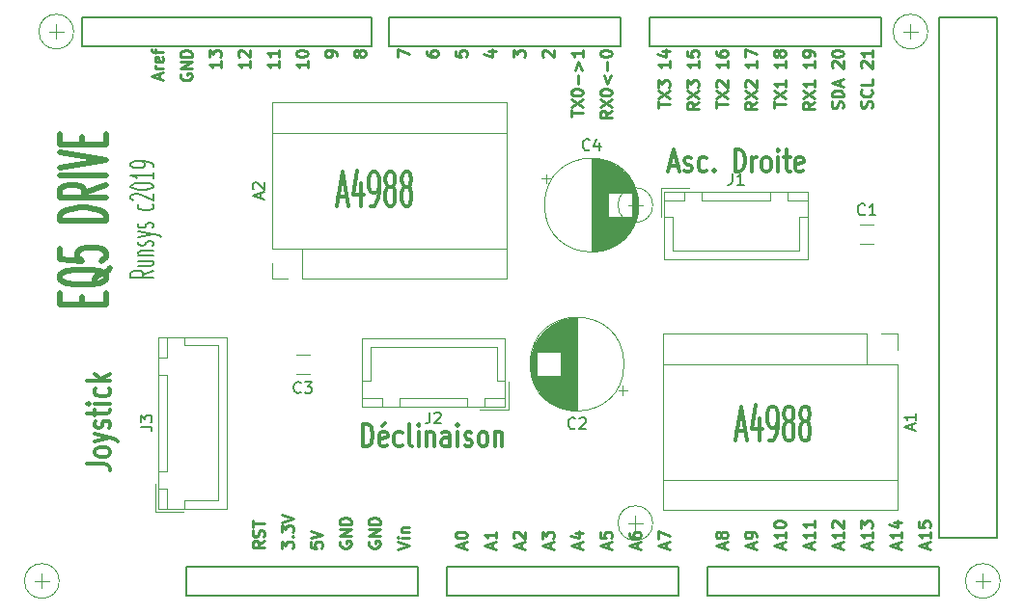
<source format=gbr>
G04 #@! TF.GenerationSoftware,KiCad,Pcbnew,5.1.5-52549c5~84~ubuntu18.04.1*
G04 #@! TF.CreationDate,2019-12-27T21:16:52+01:00*
G04 #@! TF.ProjectId,schema,73636865-6d61-42e6-9b69-6361645f7063,rev?*
G04 #@! TF.SameCoordinates,Original*
G04 #@! TF.FileFunction,Legend,Top*
G04 #@! TF.FilePolarity,Positive*
%FSLAX46Y46*%
G04 Gerber Fmt 4.6, Leading zero omitted, Abs format (unit mm)*
G04 Created by KiCad (PCBNEW 5.1.5-52549c5~84~ubuntu18.04.1) date 2019-12-27 21:16:52*
%MOMM*%
%LPD*%
G04 APERTURE LIST*
%ADD10C,0.300000*%
%ADD11C,0.250000*%
%ADD12C,0.150000*%
%ADD13C,0.500000*%
%ADD14C,0.120000*%
%ADD15C,0.010000*%
G04 APERTURE END LIST*
D10*
X154945542Y-101118087D02*
X155659828Y-101118087D01*
X154802685Y-101975229D02*
X155302685Y-98975229D01*
X155802685Y-101975229D01*
X156945542Y-99975229D02*
X156945542Y-101975229D01*
X156588399Y-98832372D02*
X156231256Y-100975229D01*
X157159828Y-100975229D01*
X157802685Y-101975229D02*
X158088399Y-101975229D01*
X158231256Y-101832372D01*
X158302685Y-101689515D01*
X158445542Y-101260944D01*
X158516970Y-100689515D01*
X158516970Y-99546658D01*
X158445542Y-99260944D01*
X158374113Y-99118087D01*
X158231256Y-98975229D01*
X157945542Y-98975229D01*
X157802685Y-99118087D01*
X157731256Y-99260944D01*
X157659828Y-99546658D01*
X157659828Y-100260944D01*
X157731256Y-100546658D01*
X157802685Y-100689515D01*
X157945542Y-100832372D01*
X158231256Y-100832372D01*
X158374113Y-100689515D01*
X158445542Y-100546658D01*
X158516970Y-100260944D01*
X159374113Y-100260944D02*
X159231256Y-100118087D01*
X159159828Y-99975229D01*
X159088399Y-99689515D01*
X159088399Y-99546658D01*
X159159828Y-99260944D01*
X159231256Y-99118087D01*
X159374113Y-98975229D01*
X159659828Y-98975229D01*
X159802685Y-99118087D01*
X159874113Y-99260944D01*
X159945542Y-99546658D01*
X159945542Y-99689515D01*
X159874113Y-99975229D01*
X159802685Y-100118087D01*
X159659828Y-100260944D01*
X159374113Y-100260944D01*
X159231256Y-100403801D01*
X159159828Y-100546658D01*
X159088399Y-100832372D01*
X159088399Y-101403801D01*
X159159828Y-101689515D01*
X159231256Y-101832372D01*
X159374113Y-101975229D01*
X159659828Y-101975229D01*
X159802685Y-101832372D01*
X159874113Y-101689515D01*
X159945542Y-101403801D01*
X159945542Y-100832372D01*
X159874113Y-100546658D01*
X159802685Y-100403801D01*
X159659828Y-100260944D01*
X160802685Y-100260944D02*
X160659828Y-100118087D01*
X160588399Y-99975229D01*
X160516970Y-99689515D01*
X160516970Y-99546658D01*
X160588399Y-99260944D01*
X160659828Y-99118087D01*
X160802685Y-98975229D01*
X161088399Y-98975229D01*
X161231256Y-99118087D01*
X161302685Y-99260944D01*
X161374113Y-99546658D01*
X161374113Y-99689515D01*
X161302685Y-99975229D01*
X161231256Y-100118087D01*
X161088399Y-100260944D01*
X160802685Y-100260944D01*
X160659828Y-100403801D01*
X160588399Y-100546658D01*
X160516970Y-100832372D01*
X160516970Y-101403801D01*
X160588399Y-101689515D01*
X160659828Y-101832372D01*
X160802685Y-101975229D01*
X161088399Y-101975229D01*
X161231256Y-101832372D01*
X161302685Y-101689515D01*
X161374113Y-101403801D01*
X161374113Y-100832372D01*
X161302685Y-100546658D01*
X161231256Y-100403801D01*
X161088399Y-100260944D01*
X119975714Y-80510000D02*
X120690000Y-80510000D01*
X119832857Y-81367142D02*
X120332857Y-78367142D01*
X120832857Y-81367142D01*
X121975714Y-79367142D02*
X121975714Y-81367142D01*
X121618571Y-78224285D02*
X121261428Y-80367142D01*
X122190000Y-80367142D01*
X122832857Y-81367142D02*
X123118571Y-81367142D01*
X123261428Y-81224285D01*
X123332857Y-81081428D01*
X123475714Y-80652857D01*
X123547142Y-80081428D01*
X123547142Y-78938571D01*
X123475714Y-78652857D01*
X123404285Y-78510000D01*
X123261428Y-78367142D01*
X122975714Y-78367142D01*
X122832857Y-78510000D01*
X122761428Y-78652857D01*
X122690000Y-78938571D01*
X122690000Y-79652857D01*
X122761428Y-79938571D01*
X122832857Y-80081428D01*
X122975714Y-80224285D01*
X123261428Y-80224285D01*
X123404285Y-80081428D01*
X123475714Y-79938571D01*
X123547142Y-79652857D01*
X124404285Y-79652857D02*
X124261428Y-79510000D01*
X124190000Y-79367142D01*
X124118571Y-79081428D01*
X124118571Y-78938571D01*
X124190000Y-78652857D01*
X124261428Y-78510000D01*
X124404285Y-78367142D01*
X124690000Y-78367142D01*
X124832857Y-78510000D01*
X124904285Y-78652857D01*
X124975714Y-78938571D01*
X124975714Y-79081428D01*
X124904285Y-79367142D01*
X124832857Y-79510000D01*
X124690000Y-79652857D01*
X124404285Y-79652857D01*
X124261428Y-79795714D01*
X124190000Y-79938571D01*
X124118571Y-80224285D01*
X124118571Y-80795714D01*
X124190000Y-81081428D01*
X124261428Y-81224285D01*
X124404285Y-81367142D01*
X124690000Y-81367142D01*
X124832857Y-81224285D01*
X124904285Y-81081428D01*
X124975714Y-80795714D01*
X124975714Y-80224285D01*
X124904285Y-79938571D01*
X124832857Y-79795714D01*
X124690000Y-79652857D01*
X125832857Y-79652857D02*
X125690000Y-79510000D01*
X125618571Y-79367142D01*
X125547142Y-79081428D01*
X125547142Y-78938571D01*
X125618571Y-78652857D01*
X125690000Y-78510000D01*
X125832857Y-78367142D01*
X126118571Y-78367142D01*
X126261428Y-78510000D01*
X126332857Y-78652857D01*
X126404285Y-78938571D01*
X126404285Y-79081428D01*
X126332857Y-79367142D01*
X126261428Y-79510000D01*
X126118571Y-79652857D01*
X125832857Y-79652857D01*
X125690000Y-79795714D01*
X125618571Y-79938571D01*
X125547142Y-80224285D01*
X125547142Y-80795714D01*
X125618571Y-81081428D01*
X125690000Y-81224285D01*
X125832857Y-81367142D01*
X126118571Y-81367142D01*
X126261428Y-81224285D01*
X126332857Y-81081428D01*
X126404285Y-80795714D01*
X126404285Y-80224285D01*
X126332857Y-79938571D01*
X126261428Y-79795714D01*
X126118571Y-79652857D01*
D11*
X121800952Y-68043928D02*
X121753333Y-68139166D01*
X121705714Y-68186785D01*
X121610476Y-68234404D01*
X121562857Y-68234404D01*
X121467619Y-68186785D01*
X121420000Y-68139166D01*
X121372380Y-68043928D01*
X121372380Y-67853452D01*
X121420000Y-67758214D01*
X121467619Y-67710595D01*
X121562857Y-67662976D01*
X121610476Y-67662976D01*
X121705714Y-67710595D01*
X121753333Y-67758214D01*
X121800952Y-67853452D01*
X121800952Y-68043928D01*
X121848571Y-68139166D01*
X121896190Y-68186785D01*
X121991428Y-68234404D01*
X122181904Y-68234404D01*
X122277142Y-68186785D01*
X122324761Y-68139166D01*
X122372380Y-68043928D01*
X122372380Y-67853452D01*
X122324761Y-67758214D01*
X122277142Y-67710595D01*
X122181904Y-67662976D01*
X121991428Y-67662976D01*
X121896190Y-67710595D01*
X121848571Y-67758214D01*
X121800952Y-67853452D01*
X119832380Y-68139166D02*
X119832380Y-67948690D01*
X119784761Y-67853452D01*
X119737142Y-67805833D01*
X119594285Y-67710595D01*
X119403809Y-67662976D01*
X119022857Y-67662976D01*
X118927619Y-67710595D01*
X118880000Y-67758214D01*
X118832380Y-67853452D01*
X118832380Y-68043928D01*
X118880000Y-68139166D01*
X118927619Y-68186785D01*
X119022857Y-68234404D01*
X119260952Y-68234404D01*
X119356190Y-68186785D01*
X119403809Y-68139166D01*
X119451428Y-68043928D01*
X119451428Y-67853452D01*
X119403809Y-67758214D01*
X119356190Y-67710595D01*
X119260952Y-67662976D01*
X117292380Y-68615357D02*
X117292380Y-69186785D01*
X117292380Y-68901071D02*
X116292380Y-68901071D01*
X116435238Y-68996309D01*
X116530476Y-69091547D01*
X116578095Y-69186785D01*
X116292380Y-67996309D02*
X116292380Y-67901071D01*
X116340000Y-67805833D01*
X116387619Y-67758214D01*
X116482857Y-67710595D01*
X116673333Y-67662976D01*
X116911428Y-67662976D01*
X117101904Y-67710595D01*
X117197142Y-67758214D01*
X117244761Y-67805833D01*
X117292380Y-67901071D01*
X117292380Y-67996309D01*
X117244761Y-68091547D01*
X117197142Y-68139166D01*
X117101904Y-68186785D01*
X116911428Y-68234404D01*
X116673333Y-68234404D01*
X116482857Y-68186785D01*
X116387619Y-68139166D01*
X116340000Y-68091547D01*
X116292380Y-67996309D01*
X114752380Y-68615357D02*
X114752380Y-69186785D01*
X114752380Y-68901071D02*
X113752380Y-68901071D01*
X113895238Y-68996309D01*
X113990476Y-69091547D01*
X114038095Y-69186785D01*
X114752380Y-67662976D02*
X114752380Y-68234404D01*
X114752380Y-67948690D02*
X113752380Y-67948690D01*
X113895238Y-68043928D01*
X113990476Y-68139166D01*
X114038095Y-68234404D01*
X112212380Y-68615357D02*
X112212380Y-69186785D01*
X112212380Y-68901071D02*
X111212380Y-68901071D01*
X111355238Y-68996309D01*
X111450476Y-69091547D01*
X111498095Y-69186785D01*
X111307619Y-68234404D02*
X111260000Y-68186785D01*
X111212380Y-68091547D01*
X111212380Y-67853452D01*
X111260000Y-67758214D01*
X111307619Y-67710595D01*
X111402857Y-67662976D01*
X111498095Y-67662976D01*
X111640952Y-67710595D01*
X112212380Y-68282023D01*
X112212380Y-67662976D01*
X109672380Y-68615357D02*
X109672380Y-69186785D01*
X109672380Y-68901071D02*
X108672380Y-68901071D01*
X108815238Y-68996309D01*
X108910476Y-69091547D01*
X108958095Y-69186785D01*
X108672380Y-68282023D02*
X108672380Y-67662976D01*
X109053333Y-67996309D01*
X109053333Y-67853452D01*
X109100952Y-67758214D01*
X109148571Y-67710595D01*
X109243809Y-67662976D01*
X109481904Y-67662976D01*
X109577142Y-67710595D01*
X109624761Y-67758214D01*
X109672380Y-67853452D01*
X109672380Y-68139166D01*
X109624761Y-68234404D01*
X109577142Y-68282023D01*
X106180000Y-69758214D02*
X106132380Y-69853452D01*
X106132380Y-69996309D01*
X106180000Y-70139166D01*
X106275238Y-70234404D01*
X106370476Y-70282023D01*
X106560952Y-70329642D01*
X106703809Y-70329642D01*
X106894285Y-70282023D01*
X106989523Y-70234404D01*
X107084761Y-70139166D01*
X107132380Y-69996309D01*
X107132380Y-69901071D01*
X107084761Y-69758214D01*
X107037142Y-69710595D01*
X106703809Y-69710595D01*
X106703809Y-69901071D01*
X107132380Y-69282023D02*
X106132380Y-69282023D01*
X107132380Y-68710595D01*
X106132380Y-68710595D01*
X107132380Y-68234404D02*
X106132380Y-68234404D01*
X106132380Y-67996309D01*
X106180000Y-67853452D01*
X106275238Y-67758214D01*
X106370476Y-67710595D01*
X106560952Y-67662976D01*
X106703809Y-67662976D01*
X106894285Y-67710595D01*
X106989523Y-67758214D01*
X107084761Y-67853452D01*
X107132380Y-67996309D01*
X107132380Y-68234404D01*
X104306666Y-70186785D02*
X104306666Y-69710595D01*
X104592380Y-70282023D02*
X103592380Y-69948690D01*
X104592380Y-69615357D01*
X104592380Y-69282023D02*
X103925714Y-69282023D01*
X104116190Y-69282023D02*
X104020952Y-69234404D01*
X103973333Y-69186785D01*
X103925714Y-69091547D01*
X103925714Y-68996309D01*
X104544761Y-68282023D02*
X104592380Y-68377261D01*
X104592380Y-68567738D01*
X104544761Y-68662976D01*
X104449523Y-68710595D01*
X104068571Y-68710595D01*
X103973333Y-68662976D01*
X103925714Y-68567738D01*
X103925714Y-68377261D01*
X103973333Y-68282023D01*
X104068571Y-68234404D01*
X104163809Y-68234404D01*
X104259047Y-68710595D01*
X103925714Y-67948690D02*
X103925714Y-67567738D01*
X104592380Y-67805833D02*
X103735238Y-67805833D01*
X103640000Y-67758214D01*
X103592380Y-67662976D01*
X103592380Y-67567738D01*
X166774761Y-72710595D02*
X166822380Y-72567738D01*
X166822380Y-72329642D01*
X166774761Y-72234404D01*
X166727142Y-72186785D01*
X166631904Y-72139166D01*
X166536666Y-72139166D01*
X166441428Y-72186785D01*
X166393809Y-72234404D01*
X166346190Y-72329642D01*
X166298571Y-72520119D01*
X166250952Y-72615357D01*
X166203333Y-72662976D01*
X166108095Y-72710595D01*
X166012857Y-72710595D01*
X165917619Y-72662976D01*
X165870000Y-72615357D01*
X165822380Y-72520119D01*
X165822380Y-72282023D01*
X165870000Y-72139166D01*
X166727142Y-71139166D02*
X166774761Y-71186785D01*
X166822380Y-71329642D01*
X166822380Y-71424880D01*
X166774761Y-71567738D01*
X166679523Y-71662976D01*
X166584285Y-71710595D01*
X166393809Y-71758214D01*
X166250952Y-71758214D01*
X166060476Y-71710595D01*
X165965238Y-71662976D01*
X165870000Y-71567738D01*
X165822380Y-71424880D01*
X165822380Y-71329642D01*
X165870000Y-71186785D01*
X165917619Y-71139166D01*
X166822380Y-70234404D02*
X166822380Y-70710595D01*
X165822380Y-70710595D01*
X165917619Y-69186785D02*
X165870000Y-69139166D01*
X165822380Y-69043928D01*
X165822380Y-68805833D01*
X165870000Y-68710595D01*
X165917619Y-68662976D01*
X166012857Y-68615357D01*
X166108095Y-68615357D01*
X166250952Y-68662976D01*
X166822380Y-69234404D01*
X166822380Y-68615357D01*
X166822380Y-67662976D02*
X166822380Y-68234404D01*
X166822380Y-67948690D02*
X165822380Y-67948690D01*
X165965238Y-68043928D01*
X166060476Y-68139166D01*
X166108095Y-68234404D01*
X164234761Y-72758214D02*
X164282380Y-72615357D01*
X164282380Y-72377261D01*
X164234761Y-72282023D01*
X164187142Y-72234404D01*
X164091904Y-72186785D01*
X163996666Y-72186785D01*
X163901428Y-72234404D01*
X163853809Y-72282023D01*
X163806190Y-72377261D01*
X163758571Y-72567738D01*
X163710952Y-72662976D01*
X163663333Y-72710595D01*
X163568095Y-72758214D01*
X163472857Y-72758214D01*
X163377619Y-72710595D01*
X163330000Y-72662976D01*
X163282380Y-72567738D01*
X163282380Y-72329642D01*
X163330000Y-72186785D01*
X164282380Y-71758214D02*
X163282380Y-71758214D01*
X163282380Y-71520119D01*
X163330000Y-71377261D01*
X163425238Y-71282023D01*
X163520476Y-71234404D01*
X163710952Y-71186785D01*
X163853809Y-71186785D01*
X164044285Y-71234404D01*
X164139523Y-71282023D01*
X164234761Y-71377261D01*
X164282380Y-71520119D01*
X164282380Y-71758214D01*
X163996666Y-70805833D02*
X163996666Y-70329642D01*
X164282380Y-70901071D02*
X163282380Y-70567738D01*
X164282380Y-70234404D01*
X163377619Y-69186785D02*
X163330000Y-69139166D01*
X163282380Y-69043928D01*
X163282380Y-68805833D01*
X163330000Y-68710595D01*
X163377619Y-68662976D01*
X163472857Y-68615357D01*
X163568095Y-68615357D01*
X163710952Y-68662976D01*
X164282380Y-69234404D01*
X164282380Y-68615357D01*
X163282380Y-67996309D02*
X163282380Y-67901071D01*
X163330000Y-67805833D01*
X163377619Y-67758214D01*
X163472857Y-67710595D01*
X163663333Y-67662976D01*
X163901428Y-67662976D01*
X164091904Y-67710595D01*
X164187142Y-67758214D01*
X164234761Y-67805833D01*
X164282380Y-67901071D01*
X164282380Y-67996309D01*
X164234761Y-68091547D01*
X164187142Y-68139166D01*
X164091904Y-68186785D01*
X163901428Y-68234404D01*
X163663333Y-68234404D01*
X163472857Y-68186785D01*
X163377619Y-68139166D01*
X163330000Y-68091547D01*
X163282380Y-67996309D01*
X161742380Y-72234404D02*
X161266190Y-72567738D01*
X161742380Y-72805833D02*
X160742380Y-72805833D01*
X160742380Y-72424880D01*
X160790000Y-72329642D01*
X160837619Y-72282023D01*
X160932857Y-72234404D01*
X161075714Y-72234404D01*
X161170952Y-72282023D01*
X161218571Y-72329642D01*
X161266190Y-72424880D01*
X161266190Y-72805833D01*
X160742380Y-71901071D02*
X161742380Y-71234404D01*
X160742380Y-71234404D02*
X161742380Y-71901071D01*
X161742380Y-70329642D02*
X161742380Y-70901071D01*
X161742380Y-70615357D02*
X160742380Y-70615357D01*
X160885238Y-70710595D01*
X160980476Y-70805833D01*
X161028095Y-70901071D01*
X161742380Y-68615357D02*
X161742380Y-69186785D01*
X161742380Y-68901071D02*
X160742380Y-68901071D01*
X160885238Y-68996309D01*
X160980476Y-69091547D01*
X161028095Y-69186785D01*
X161742380Y-68139166D02*
X161742380Y-67948690D01*
X161694761Y-67853452D01*
X161647142Y-67805833D01*
X161504285Y-67710595D01*
X161313809Y-67662976D01*
X160932857Y-67662976D01*
X160837619Y-67710595D01*
X160790000Y-67758214D01*
X160742380Y-67853452D01*
X160742380Y-68043928D01*
X160790000Y-68139166D01*
X160837619Y-68186785D01*
X160932857Y-68234404D01*
X161170952Y-68234404D01*
X161266190Y-68186785D01*
X161313809Y-68139166D01*
X161361428Y-68043928D01*
X161361428Y-67853452D01*
X161313809Y-67758214D01*
X161266190Y-67710595D01*
X161170952Y-67662976D01*
X158202380Y-72710595D02*
X158202380Y-72139166D01*
X159202380Y-72424880D02*
X158202380Y-72424880D01*
X158202380Y-71901071D02*
X159202380Y-71234404D01*
X158202380Y-71234404D02*
X159202380Y-71901071D01*
X159202380Y-70329642D02*
X159202380Y-70901071D01*
X159202380Y-70615357D02*
X158202380Y-70615357D01*
X158345238Y-70710595D01*
X158440476Y-70805833D01*
X158488095Y-70901071D01*
X159202380Y-68615357D02*
X159202380Y-69186785D01*
X159202380Y-68901071D02*
X158202380Y-68901071D01*
X158345238Y-68996309D01*
X158440476Y-69091547D01*
X158488095Y-69186785D01*
X158630952Y-68043928D02*
X158583333Y-68139166D01*
X158535714Y-68186785D01*
X158440476Y-68234404D01*
X158392857Y-68234404D01*
X158297619Y-68186785D01*
X158250000Y-68139166D01*
X158202380Y-68043928D01*
X158202380Y-67853452D01*
X158250000Y-67758214D01*
X158297619Y-67710595D01*
X158392857Y-67662976D01*
X158440476Y-67662976D01*
X158535714Y-67710595D01*
X158583333Y-67758214D01*
X158630952Y-67853452D01*
X158630952Y-68043928D01*
X158678571Y-68139166D01*
X158726190Y-68186785D01*
X158821428Y-68234404D01*
X159011904Y-68234404D01*
X159107142Y-68186785D01*
X159154761Y-68139166D01*
X159202380Y-68043928D01*
X159202380Y-67853452D01*
X159154761Y-67758214D01*
X159107142Y-67710595D01*
X159011904Y-67662976D01*
X158821428Y-67662976D01*
X158726190Y-67710595D01*
X158678571Y-67758214D01*
X158630952Y-67853452D01*
X156662380Y-72234404D02*
X156186190Y-72567738D01*
X156662380Y-72805833D02*
X155662380Y-72805833D01*
X155662380Y-72424880D01*
X155710000Y-72329642D01*
X155757619Y-72282023D01*
X155852857Y-72234404D01*
X155995714Y-72234404D01*
X156090952Y-72282023D01*
X156138571Y-72329642D01*
X156186190Y-72424880D01*
X156186190Y-72805833D01*
X155662380Y-71901071D02*
X156662380Y-71234404D01*
X155662380Y-71234404D02*
X156662380Y-71901071D01*
X155757619Y-70901071D02*
X155710000Y-70853452D01*
X155662380Y-70758214D01*
X155662380Y-70520119D01*
X155710000Y-70424880D01*
X155757619Y-70377261D01*
X155852857Y-70329642D01*
X155948095Y-70329642D01*
X156090952Y-70377261D01*
X156662380Y-70948690D01*
X156662380Y-70329642D01*
X156662380Y-68615357D02*
X156662380Y-69186785D01*
X156662380Y-68901071D02*
X155662380Y-68901071D01*
X155805238Y-68996309D01*
X155900476Y-69091547D01*
X155948095Y-69186785D01*
X155662380Y-68282023D02*
X155662380Y-67615357D01*
X156662380Y-68043928D01*
X153122380Y-72710595D02*
X153122380Y-72139166D01*
X154122380Y-72424880D02*
X153122380Y-72424880D01*
X153122380Y-71901071D02*
X154122380Y-71234404D01*
X153122380Y-71234404D02*
X154122380Y-71901071D01*
X153217619Y-70901071D02*
X153170000Y-70853452D01*
X153122380Y-70758214D01*
X153122380Y-70520119D01*
X153170000Y-70424880D01*
X153217619Y-70377261D01*
X153312857Y-70329642D01*
X153408095Y-70329642D01*
X153550952Y-70377261D01*
X154122380Y-70948690D01*
X154122380Y-70329642D01*
X154122380Y-68615357D02*
X154122380Y-69186785D01*
X154122380Y-68901071D02*
X153122380Y-68901071D01*
X153265238Y-68996309D01*
X153360476Y-69091547D01*
X153408095Y-69186785D01*
X153122380Y-67758214D02*
X153122380Y-67948690D01*
X153170000Y-68043928D01*
X153217619Y-68091547D01*
X153360476Y-68186785D01*
X153550952Y-68234404D01*
X153931904Y-68234404D01*
X154027142Y-68186785D01*
X154074761Y-68139166D01*
X154122380Y-68043928D01*
X154122380Y-67853452D01*
X154074761Y-67758214D01*
X154027142Y-67710595D01*
X153931904Y-67662976D01*
X153693809Y-67662976D01*
X153598571Y-67710595D01*
X153550952Y-67758214D01*
X153503333Y-67853452D01*
X153503333Y-68043928D01*
X153550952Y-68139166D01*
X153598571Y-68186785D01*
X153693809Y-68234404D01*
X151582380Y-72234404D02*
X151106190Y-72567738D01*
X151582380Y-72805833D02*
X150582380Y-72805833D01*
X150582380Y-72424880D01*
X150630000Y-72329642D01*
X150677619Y-72282023D01*
X150772857Y-72234404D01*
X150915714Y-72234404D01*
X151010952Y-72282023D01*
X151058571Y-72329642D01*
X151106190Y-72424880D01*
X151106190Y-72805833D01*
X150582380Y-71901071D02*
X151582380Y-71234404D01*
X150582380Y-71234404D02*
X151582380Y-71901071D01*
X150582380Y-70948690D02*
X150582380Y-70329642D01*
X150963333Y-70662976D01*
X150963333Y-70520119D01*
X151010952Y-70424880D01*
X151058571Y-70377261D01*
X151153809Y-70329642D01*
X151391904Y-70329642D01*
X151487142Y-70377261D01*
X151534761Y-70424880D01*
X151582380Y-70520119D01*
X151582380Y-70805833D01*
X151534761Y-70901071D01*
X151487142Y-70948690D01*
X151582380Y-68615357D02*
X151582380Y-69186785D01*
X151582380Y-68901071D02*
X150582380Y-68901071D01*
X150725238Y-68996309D01*
X150820476Y-69091547D01*
X150868095Y-69186785D01*
X150582380Y-67710595D02*
X150582380Y-68186785D01*
X151058571Y-68234404D01*
X151010952Y-68186785D01*
X150963333Y-68091547D01*
X150963333Y-67853452D01*
X151010952Y-67758214D01*
X151058571Y-67710595D01*
X151153809Y-67662976D01*
X151391904Y-67662976D01*
X151487142Y-67710595D01*
X151534761Y-67758214D01*
X151582380Y-67853452D01*
X151582380Y-68091547D01*
X151534761Y-68186785D01*
X151487142Y-68234404D01*
X148042380Y-72710595D02*
X148042380Y-72139166D01*
X149042380Y-72424880D02*
X148042380Y-72424880D01*
X148042380Y-71901071D02*
X149042380Y-71234404D01*
X148042380Y-71234404D02*
X149042380Y-71901071D01*
X148042380Y-70948690D02*
X148042380Y-70329642D01*
X148423333Y-70662976D01*
X148423333Y-70520119D01*
X148470952Y-70424880D01*
X148518571Y-70377261D01*
X148613809Y-70329642D01*
X148851904Y-70329642D01*
X148947142Y-70377261D01*
X148994761Y-70424880D01*
X149042380Y-70520119D01*
X149042380Y-70805833D01*
X148994761Y-70901071D01*
X148947142Y-70948690D01*
X149042380Y-68615357D02*
X149042380Y-69186785D01*
X149042380Y-68901071D02*
X148042380Y-68901071D01*
X148185238Y-68996309D01*
X148280476Y-69091547D01*
X148328095Y-69186785D01*
X148375714Y-67758214D02*
X149042380Y-67758214D01*
X147994761Y-67996309D02*
X148709047Y-68234404D01*
X148709047Y-67615357D01*
X143962380Y-72996309D02*
X143486190Y-73329642D01*
X143962380Y-73567738D02*
X142962380Y-73567738D01*
X142962380Y-73186785D01*
X143010000Y-73091547D01*
X143057619Y-73043928D01*
X143152857Y-72996309D01*
X143295714Y-72996309D01*
X143390952Y-73043928D01*
X143438571Y-73091547D01*
X143486190Y-73186785D01*
X143486190Y-73567738D01*
X142962380Y-72662976D02*
X143962380Y-71996309D01*
X142962380Y-71996309D02*
X143962380Y-72662976D01*
X142962380Y-71424880D02*
X142962380Y-71329642D01*
X143010000Y-71234404D01*
X143057619Y-71186785D01*
X143152857Y-71139166D01*
X143343333Y-71091547D01*
X143581428Y-71091547D01*
X143771904Y-71139166D01*
X143867142Y-71186785D01*
X143914761Y-71234404D01*
X143962380Y-71329642D01*
X143962380Y-71424880D01*
X143914761Y-71520119D01*
X143867142Y-71567738D01*
X143771904Y-71615357D01*
X143581428Y-71662976D01*
X143343333Y-71662976D01*
X143152857Y-71615357D01*
X143057619Y-71567738D01*
X143010000Y-71520119D01*
X142962380Y-71424880D01*
X143295714Y-69901071D02*
X143581428Y-70662976D01*
X143867142Y-69901071D01*
X143581428Y-69424880D02*
X143581428Y-68662976D01*
X142962380Y-67996309D02*
X142962380Y-67901071D01*
X143010000Y-67805833D01*
X143057619Y-67758214D01*
X143152857Y-67710595D01*
X143343333Y-67662976D01*
X143581428Y-67662976D01*
X143771904Y-67710595D01*
X143867142Y-67758214D01*
X143914761Y-67805833D01*
X143962380Y-67901071D01*
X143962380Y-67996309D01*
X143914761Y-68091547D01*
X143867142Y-68139166D01*
X143771904Y-68186785D01*
X143581428Y-68234404D01*
X143343333Y-68234404D01*
X143152857Y-68186785D01*
X143057619Y-68139166D01*
X143010000Y-68091547D01*
X142962380Y-67996309D01*
X140422380Y-73472500D02*
X140422380Y-72901071D01*
X141422380Y-73186785D02*
X140422380Y-73186785D01*
X140422380Y-72662976D02*
X141422380Y-71996309D01*
X140422380Y-71996309D02*
X141422380Y-72662976D01*
X140422380Y-71424880D02*
X140422380Y-71329642D01*
X140470000Y-71234404D01*
X140517619Y-71186785D01*
X140612857Y-71139166D01*
X140803333Y-71091547D01*
X141041428Y-71091547D01*
X141231904Y-71139166D01*
X141327142Y-71186785D01*
X141374761Y-71234404D01*
X141422380Y-71329642D01*
X141422380Y-71424880D01*
X141374761Y-71520119D01*
X141327142Y-71567738D01*
X141231904Y-71615357D01*
X141041428Y-71662976D01*
X140803333Y-71662976D01*
X140612857Y-71615357D01*
X140517619Y-71567738D01*
X140470000Y-71520119D01*
X140422380Y-71424880D01*
X141041428Y-70662976D02*
X141041428Y-69901071D01*
X140755714Y-69424880D02*
X141041428Y-68662976D01*
X141327142Y-69424880D01*
X141422380Y-67662976D02*
X141422380Y-68234404D01*
X141422380Y-67948690D02*
X140422380Y-67948690D01*
X140565238Y-68043928D01*
X140660476Y-68139166D01*
X140708095Y-68234404D01*
X137977619Y-68234404D02*
X137930000Y-68186785D01*
X137882380Y-68091547D01*
X137882380Y-67853452D01*
X137930000Y-67758214D01*
X137977619Y-67710595D01*
X138072857Y-67662976D01*
X138168095Y-67662976D01*
X138310952Y-67710595D01*
X138882380Y-68282023D01*
X138882380Y-67662976D01*
X135342380Y-68282023D02*
X135342380Y-67662976D01*
X135723333Y-67996309D01*
X135723333Y-67853452D01*
X135770952Y-67758214D01*
X135818571Y-67710595D01*
X135913809Y-67662976D01*
X136151904Y-67662976D01*
X136247142Y-67710595D01*
X136294761Y-67758214D01*
X136342380Y-67853452D01*
X136342380Y-68139166D01*
X136294761Y-68234404D01*
X136247142Y-68282023D01*
X133135714Y-67758214D02*
X133802380Y-67758214D01*
X132754761Y-67996309D02*
X133469047Y-68234404D01*
X133469047Y-67615357D01*
X130262380Y-67710595D02*
X130262380Y-68186785D01*
X130738571Y-68234404D01*
X130690952Y-68186785D01*
X130643333Y-68091547D01*
X130643333Y-67853452D01*
X130690952Y-67758214D01*
X130738571Y-67710595D01*
X130833809Y-67662976D01*
X131071904Y-67662976D01*
X131167142Y-67710595D01*
X131214761Y-67758214D01*
X131262380Y-67853452D01*
X131262380Y-68091547D01*
X131214761Y-68186785D01*
X131167142Y-68234404D01*
X127722380Y-67758214D02*
X127722380Y-67948690D01*
X127770000Y-68043928D01*
X127817619Y-68091547D01*
X127960476Y-68186785D01*
X128150952Y-68234404D01*
X128531904Y-68234404D01*
X128627142Y-68186785D01*
X128674761Y-68139166D01*
X128722380Y-68043928D01*
X128722380Y-67853452D01*
X128674761Y-67758214D01*
X128627142Y-67710595D01*
X128531904Y-67662976D01*
X128293809Y-67662976D01*
X128198571Y-67710595D01*
X128150952Y-67758214D01*
X128103333Y-67853452D01*
X128103333Y-68043928D01*
X128150952Y-68139166D01*
X128198571Y-68186785D01*
X128293809Y-68234404D01*
X125182380Y-68282023D02*
X125182380Y-67615357D01*
X126182380Y-68043928D01*
X171616666Y-111407023D02*
X171616666Y-110930833D01*
X171902380Y-111502261D02*
X170902380Y-111168928D01*
X171902380Y-110835595D01*
X171902380Y-109978452D02*
X171902380Y-110549880D01*
X171902380Y-110264166D02*
X170902380Y-110264166D01*
X171045238Y-110359404D01*
X171140476Y-110454642D01*
X171188095Y-110549880D01*
X170902380Y-109073690D02*
X170902380Y-109549880D01*
X171378571Y-109597500D01*
X171330952Y-109549880D01*
X171283333Y-109454642D01*
X171283333Y-109216547D01*
X171330952Y-109121309D01*
X171378571Y-109073690D01*
X171473809Y-109026071D01*
X171711904Y-109026071D01*
X171807142Y-109073690D01*
X171854761Y-109121309D01*
X171902380Y-109216547D01*
X171902380Y-109454642D01*
X171854761Y-109549880D01*
X171807142Y-109597500D01*
X169076666Y-111407023D02*
X169076666Y-110930833D01*
X169362380Y-111502261D02*
X168362380Y-111168928D01*
X169362380Y-110835595D01*
X169362380Y-109978452D02*
X169362380Y-110549880D01*
X169362380Y-110264166D02*
X168362380Y-110264166D01*
X168505238Y-110359404D01*
X168600476Y-110454642D01*
X168648095Y-110549880D01*
X168695714Y-109121309D02*
X169362380Y-109121309D01*
X168314761Y-109359404D02*
X169029047Y-109597500D01*
X169029047Y-108978452D01*
X166536666Y-111407023D02*
X166536666Y-110930833D01*
X166822380Y-111502261D02*
X165822380Y-111168928D01*
X166822380Y-110835595D01*
X166822380Y-109978452D02*
X166822380Y-110549880D01*
X166822380Y-110264166D02*
X165822380Y-110264166D01*
X165965238Y-110359404D01*
X166060476Y-110454642D01*
X166108095Y-110549880D01*
X165822380Y-109645119D02*
X165822380Y-109026071D01*
X166203333Y-109359404D01*
X166203333Y-109216547D01*
X166250952Y-109121309D01*
X166298571Y-109073690D01*
X166393809Y-109026071D01*
X166631904Y-109026071D01*
X166727142Y-109073690D01*
X166774761Y-109121309D01*
X166822380Y-109216547D01*
X166822380Y-109502261D01*
X166774761Y-109597500D01*
X166727142Y-109645119D01*
X163996666Y-111407023D02*
X163996666Y-110930833D01*
X164282380Y-111502261D02*
X163282380Y-111168928D01*
X164282380Y-110835595D01*
X164282380Y-109978452D02*
X164282380Y-110549880D01*
X164282380Y-110264166D02*
X163282380Y-110264166D01*
X163425238Y-110359404D01*
X163520476Y-110454642D01*
X163568095Y-110549880D01*
X163377619Y-109597500D02*
X163330000Y-109549880D01*
X163282380Y-109454642D01*
X163282380Y-109216547D01*
X163330000Y-109121309D01*
X163377619Y-109073690D01*
X163472857Y-109026071D01*
X163568095Y-109026071D01*
X163710952Y-109073690D01*
X164282380Y-109645119D01*
X164282380Y-109026071D01*
X161456666Y-111407023D02*
X161456666Y-110930833D01*
X161742380Y-111502261D02*
X160742380Y-111168928D01*
X161742380Y-110835595D01*
X161742380Y-109978452D02*
X161742380Y-110549880D01*
X161742380Y-110264166D02*
X160742380Y-110264166D01*
X160885238Y-110359404D01*
X160980476Y-110454642D01*
X161028095Y-110549880D01*
X161742380Y-109026071D02*
X161742380Y-109597500D01*
X161742380Y-109311785D02*
X160742380Y-109311785D01*
X160885238Y-109407023D01*
X160980476Y-109502261D01*
X161028095Y-109597500D01*
X158916666Y-111407023D02*
X158916666Y-110930833D01*
X159202380Y-111502261D02*
X158202380Y-111168928D01*
X159202380Y-110835595D01*
X159202380Y-109978452D02*
X159202380Y-110549880D01*
X159202380Y-110264166D02*
X158202380Y-110264166D01*
X158345238Y-110359404D01*
X158440476Y-110454642D01*
X158488095Y-110549880D01*
X158202380Y-109359404D02*
X158202380Y-109264166D01*
X158250000Y-109168928D01*
X158297619Y-109121309D01*
X158392857Y-109073690D01*
X158583333Y-109026071D01*
X158821428Y-109026071D01*
X159011904Y-109073690D01*
X159107142Y-109121309D01*
X159154761Y-109168928D01*
X159202380Y-109264166D01*
X159202380Y-109359404D01*
X159154761Y-109454642D01*
X159107142Y-109502261D01*
X159011904Y-109549880D01*
X158821428Y-109597500D01*
X158583333Y-109597500D01*
X158392857Y-109549880D01*
X158297619Y-109502261D01*
X158250000Y-109454642D01*
X158202380Y-109359404D01*
X156376666Y-111407023D02*
X156376666Y-110930833D01*
X156662380Y-111502261D02*
X155662380Y-111168928D01*
X156662380Y-110835595D01*
X156662380Y-110454642D02*
X156662380Y-110264166D01*
X156614761Y-110168928D01*
X156567142Y-110121309D01*
X156424285Y-110026071D01*
X156233809Y-109978452D01*
X155852857Y-109978452D01*
X155757619Y-110026071D01*
X155710000Y-110073690D01*
X155662380Y-110168928D01*
X155662380Y-110359404D01*
X155710000Y-110454642D01*
X155757619Y-110502261D01*
X155852857Y-110549880D01*
X156090952Y-110549880D01*
X156186190Y-110502261D01*
X156233809Y-110454642D01*
X156281428Y-110359404D01*
X156281428Y-110168928D01*
X156233809Y-110073690D01*
X156186190Y-110026071D01*
X156090952Y-109978452D01*
X153836666Y-111407023D02*
X153836666Y-110930833D01*
X154122380Y-111502261D02*
X153122380Y-111168928D01*
X154122380Y-110835595D01*
X153550952Y-110359404D02*
X153503333Y-110454642D01*
X153455714Y-110502261D01*
X153360476Y-110549880D01*
X153312857Y-110549880D01*
X153217619Y-110502261D01*
X153170000Y-110454642D01*
X153122380Y-110359404D01*
X153122380Y-110168928D01*
X153170000Y-110073690D01*
X153217619Y-110026071D01*
X153312857Y-109978452D01*
X153360476Y-109978452D01*
X153455714Y-110026071D01*
X153503333Y-110073690D01*
X153550952Y-110168928D01*
X153550952Y-110359404D01*
X153598571Y-110454642D01*
X153646190Y-110502261D01*
X153741428Y-110549880D01*
X153931904Y-110549880D01*
X154027142Y-110502261D01*
X154074761Y-110454642D01*
X154122380Y-110359404D01*
X154122380Y-110168928D01*
X154074761Y-110073690D01*
X154027142Y-110026071D01*
X153931904Y-109978452D01*
X153741428Y-109978452D01*
X153646190Y-110026071D01*
X153598571Y-110073690D01*
X153550952Y-110168928D01*
X148756666Y-111407023D02*
X148756666Y-110930833D01*
X149042380Y-111502261D02*
X148042380Y-111168928D01*
X149042380Y-110835595D01*
X148042380Y-110597500D02*
X148042380Y-109930833D01*
X149042380Y-110359404D01*
X146216666Y-111407023D02*
X146216666Y-110930833D01*
X146502380Y-111502261D02*
X145502380Y-111168928D01*
X146502380Y-110835595D01*
X145502380Y-110073690D02*
X145502380Y-110264166D01*
X145550000Y-110359404D01*
X145597619Y-110407023D01*
X145740476Y-110502261D01*
X145930952Y-110549880D01*
X146311904Y-110549880D01*
X146407142Y-110502261D01*
X146454761Y-110454642D01*
X146502380Y-110359404D01*
X146502380Y-110168928D01*
X146454761Y-110073690D01*
X146407142Y-110026071D01*
X146311904Y-109978452D01*
X146073809Y-109978452D01*
X145978571Y-110026071D01*
X145930952Y-110073690D01*
X145883333Y-110168928D01*
X145883333Y-110359404D01*
X145930952Y-110454642D01*
X145978571Y-110502261D01*
X146073809Y-110549880D01*
X143676666Y-111407023D02*
X143676666Y-110930833D01*
X143962380Y-111502261D02*
X142962380Y-111168928D01*
X143962380Y-110835595D01*
X142962380Y-110026071D02*
X142962380Y-110502261D01*
X143438571Y-110549880D01*
X143390952Y-110502261D01*
X143343333Y-110407023D01*
X143343333Y-110168928D01*
X143390952Y-110073690D01*
X143438571Y-110026071D01*
X143533809Y-109978452D01*
X143771904Y-109978452D01*
X143867142Y-110026071D01*
X143914761Y-110073690D01*
X143962380Y-110168928D01*
X143962380Y-110407023D01*
X143914761Y-110502261D01*
X143867142Y-110549880D01*
X141136666Y-111407023D02*
X141136666Y-110930833D01*
X141422380Y-111502261D02*
X140422380Y-111168928D01*
X141422380Y-110835595D01*
X140755714Y-110073690D02*
X141422380Y-110073690D01*
X140374761Y-110311785D02*
X141089047Y-110549880D01*
X141089047Y-109930833D01*
X138596666Y-111407023D02*
X138596666Y-110930833D01*
X138882380Y-111502261D02*
X137882380Y-111168928D01*
X138882380Y-110835595D01*
X137882380Y-110597500D02*
X137882380Y-109978452D01*
X138263333Y-110311785D01*
X138263333Y-110168928D01*
X138310952Y-110073690D01*
X138358571Y-110026071D01*
X138453809Y-109978452D01*
X138691904Y-109978452D01*
X138787142Y-110026071D01*
X138834761Y-110073690D01*
X138882380Y-110168928D01*
X138882380Y-110454642D01*
X138834761Y-110549880D01*
X138787142Y-110597500D01*
X136056666Y-111407023D02*
X136056666Y-110930833D01*
X136342380Y-111502261D02*
X135342380Y-111168928D01*
X136342380Y-110835595D01*
X135437619Y-110549880D02*
X135390000Y-110502261D01*
X135342380Y-110407023D01*
X135342380Y-110168928D01*
X135390000Y-110073690D01*
X135437619Y-110026071D01*
X135532857Y-109978452D01*
X135628095Y-109978452D01*
X135770952Y-110026071D01*
X136342380Y-110597500D01*
X136342380Y-109978452D01*
X133516666Y-111407023D02*
X133516666Y-110930833D01*
X133802380Y-111502261D02*
X132802380Y-111168928D01*
X133802380Y-110835595D01*
X133802380Y-109978452D02*
X133802380Y-110549880D01*
X133802380Y-110264166D02*
X132802380Y-110264166D01*
X132945238Y-110359404D01*
X133040476Y-110454642D01*
X133088095Y-110549880D01*
X130976666Y-111407023D02*
X130976666Y-110930833D01*
X131262380Y-111502261D02*
X130262380Y-111168928D01*
X131262380Y-110835595D01*
X130262380Y-110311785D02*
X130262380Y-110216547D01*
X130310000Y-110121309D01*
X130357619Y-110073690D01*
X130452857Y-110026071D01*
X130643333Y-109978452D01*
X130881428Y-109978452D01*
X131071904Y-110026071D01*
X131167142Y-110073690D01*
X131214761Y-110121309D01*
X131262380Y-110216547D01*
X131262380Y-110311785D01*
X131214761Y-110407023D01*
X131167142Y-110454642D01*
X131071904Y-110502261D01*
X130881428Y-110549880D01*
X130643333Y-110549880D01*
X130452857Y-110502261D01*
X130357619Y-110454642D01*
X130310000Y-110407023D01*
X130262380Y-110311785D01*
X113482380Y-110787976D02*
X113006190Y-111121309D01*
X113482380Y-111359404D02*
X112482380Y-111359404D01*
X112482380Y-110978452D01*
X112530000Y-110883214D01*
X112577619Y-110835595D01*
X112672857Y-110787976D01*
X112815714Y-110787976D01*
X112910952Y-110835595D01*
X112958571Y-110883214D01*
X113006190Y-110978452D01*
X113006190Y-111359404D01*
X113434761Y-110407023D02*
X113482380Y-110264166D01*
X113482380Y-110026071D01*
X113434761Y-109930833D01*
X113387142Y-109883214D01*
X113291904Y-109835595D01*
X113196666Y-109835595D01*
X113101428Y-109883214D01*
X113053809Y-109930833D01*
X113006190Y-110026071D01*
X112958571Y-110216547D01*
X112910952Y-110311785D01*
X112863333Y-110359404D01*
X112768095Y-110407023D01*
X112672857Y-110407023D01*
X112577619Y-110359404D01*
X112530000Y-110311785D01*
X112482380Y-110216547D01*
X112482380Y-109978452D01*
X112530000Y-109835595D01*
X112482380Y-109549880D02*
X112482380Y-108978452D01*
X113482380Y-109264166D02*
X112482380Y-109264166D01*
X115022380Y-111454642D02*
X115022380Y-110835595D01*
X115403333Y-111168928D01*
X115403333Y-111026071D01*
X115450952Y-110930833D01*
X115498571Y-110883214D01*
X115593809Y-110835595D01*
X115831904Y-110835595D01*
X115927142Y-110883214D01*
X115974761Y-110930833D01*
X116022380Y-111026071D01*
X116022380Y-111311785D01*
X115974761Y-111407023D01*
X115927142Y-111454642D01*
X115927142Y-110407023D02*
X115974761Y-110359404D01*
X116022380Y-110407023D01*
X115974761Y-110454642D01*
X115927142Y-110407023D01*
X116022380Y-110407023D01*
X115022380Y-110026071D02*
X115022380Y-109407023D01*
X115403333Y-109740357D01*
X115403333Y-109597500D01*
X115450952Y-109502261D01*
X115498571Y-109454642D01*
X115593809Y-109407023D01*
X115831904Y-109407023D01*
X115927142Y-109454642D01*
X115974761Y-109502261D01*
X116022380Y-109597500D01*
X116022380Y-109883214D01*
X115974761Y-109978452D01*
X115927142Y-110026071D01*
X115022380Y-109121309D02*
X116022380Y-108787976D01*
X115022380Y-108454642D01*
X117562380Y-110883214D02*
X117562380Y-111359404D01*
X118038571Y-111407023D01*
X117990952Y-111359404D01*
X117943333Y-111264166D01*
X117943333Y-111026071D01*
X117990952Y-110930833D01*
X118038571Y-110883214D01*
X118133809Y-110835595D01*
X118371904Y-110835595D01*
X118467142Y-110883214D01*
X118514761Y-110930833D01*
X118562380Y-111026071D01*
X118562380Y-111264166D01*
X118514761Y-111359404D01*
X118467142Y-111407023D01*
X117562380Y-110549880D02*
X118562380Y-110216547D01*
X117562380Y-109883214D01*
X125182380Y-111502261D02*
X126182380Y-111168928D01*
X125182380Y-110835595D01*
X126182380Y-110502261D02*
X125515714Y-110502261D01*
X125182380Y-110502261D02*
X125230000Y-110549880D01*
X125277619Y-110502261D01*
X125230000Y-110454642D01*
X125182380Y-110502261D01*
X125277619Y-110502261D01*
X125515714Y-110026071D02*
X126182380Y-110026071D01*
X125610952Y-110026071D02*
X125563333Y-109978452D01*
X125515714Y-109883214D01*
X125515714Y-109740357D01*
X125563333Y-109645119D01*
X125658571Y-109597500D01*
X126182380Y-109597500D01*
X120150000Y-110835595D02*
X120102380Y-110930833D01*
X120102380Y-111073690D01*
X120150000Y-111216547D01*
X120245238Y-111311785D01*
X120340476Y-111359404D01*
X120530952Y-111407023D01*
X120673809Y-111407023D01*
X120864285Y-111359404D01*
X120959523Y-111311785D01*
X121054761Y-111216547D01*
X121102380Y-111073690D01*
X121102380Y-110978452D01*
X121054761Y-110835595D01*
X121007142Y-110787976D01*
X120673809Y-110787976D01*
X120673809Y-110978452D01*
X121102380Y-110359404D02*
X120102380Y-110359404D01*
X121102380Y-109787976D01*
X120102380Y-109787976D01*
X121102380Y-109311785D02*
X120102380Y-109311785D01*
X120102380Y-109073690D01*
X120150000Y-108930833D01*
X120245238Y-108835595D01*
X120340476Y-108787976D01*
X120530952Y-108740357D01*
X120673809Y-108740357D01*
X120864285Y-108787976D01*
X120959523Y-108835595D01*
X121054761Y-108930833D01*
X121102380Y-109073690D01*
X121102380Y-109311785D01*
X122690000Y-110835595D02*
X122642380Y-110930833D01*
X122642380Y-111073690D01*
X122690000Y-111216547D01*
X122785238Y-111311785D01*
X122880476Y-111359404D01*
X123070952Y-111407023D01*
X123213809Y-111407023D01*
X123404285Y-111359404D01*
X123499523Y-111311785D01*
X123594761Y-111216547D01*
X123642380Y-111073690D01*
X123642380Y-110978452D01*
X123594761Y-110835595D01*
X123547142Y-110787976D01*
X123213809Y-110787976D01*
X123213809Y-110978452D01*
X123642380Y-110359404D02*
X122642380Y-110359404D01*
X123642380Y-109787976D01*
X122642380Y-109787976D01*
X123642380Y-109311785D02*
X122642380Y-109311785D01*
X122642380Y-109073690D01*
X122690000Y-108930833D01*
X122785238Y-108835595D01*
X122880476Y-108787976D01*
X123070952Y-108740357D01*
X123213809Y-108740357D01*
X123404285Y-108787976D01*
X123499523Y-108835595D01*
X123594761Y-108930833D01*
X123642380Y-109073690D01*
X123642380Y-109311785D01*
D10*
X97964761Y-104008571D02*
X99393333Y-104008571D01*
X99679047Y-104080000D01*
X99869523Y-104222857D01*
X99964761Y-104437142D01*
X99964761Y-104580000D01*
X99964761Y-103080000D02*
X99869523Y-103222857D01*
X99774285Y-103294285D01*
X99583809Y-103365714D01*
X99012380Y-103365714D01*
X98821904Y-103294285D01*
X98726666Y-103222857D01*
X98631428Y-103080000D01*
X98631428Y-102865714D01*
X98726666Y-102722857D01*
X98821904Y-102651428D01*
X99012380Y-102580000D01*
X99583809Y-102580000D01*
X99774285Y-102651428D01*
X99869523Y-102722857D01*
X99964761Y-102865714D01*
X99964761Y-103080000D01*
X98631428Y-102080000D02*
X99964761Y-101722857D01*
X98631428Y-101365714D02*
X99964761Y-101722857D01*
X100440952Y-101865714D01*
X100536190Y-101937142D01*
X100631428Y-102080000D01*
X99869523Y-100865714D02*
X99964761Y-100722857D01*
X99964761Y-100437142D01*
X99869523Y-100294285D01*
X99679047Y-100222857D01*
X99583809Y-100222857D01*
X99393333Y-100294285D01*
X99298095Y-100437142D01*
X99298095Y-100651428D01*
X99202857Y-100794285D01*
X99012380Y-100865714D01*
X98917142Y-100865714D01*
X98726666Y-100794285D01*
X98631428Y-100651428D01*
X98631428Y-100437142D01*
X98726666Y-100294285D01*
X98631428Y-99794285D02*
X98631428Y-99222857D01*
X97964761Y-99580000D02*
X99679047Y-99580000D01*
X99869523Y-99508571D01*
X99964761Y-99365714D01*
X99964761Y-99222857D01*
X99964761Y-98722857D02*
X98631428Y-98722857D01*
X97964761Y-98722857D02*
X98060000Y-98794285D01*
X98155238Y-98722857D01*
X98060000Y-98651428D01*
X97964761Y-98722857D01*
X98155238Y-98722857D01*
X99869523Y-97365714D02*
X99964761Y-97508571D01*
X99964761Y-97794285D01*
X99869523Y-97937142D01*
X99774285Y-98008571D01*
X99583809Y-98080000D01*
X99012380Y-98080000D01*
X98821904Y-98008571D01*
X98726666Y-97937142D01*
X98631428Y-97794285D01*
X98631428Y-97508571D01*
X98726666Y-97365714D01*
X99964761Y-96722857D02*
X97964761Y-96722857D01*
X99202857Y-96580000D02*
X99964761Y-96151428D01*
X98631428Y-96151428D02*
X99393333Y-96722857D01*
X122162857Y-102504761D02*
X122162857Y-100504761D01*
X122520000Y-100504761D01*
X122734285Y-100600000D01*
X122877142Y-100790476D01*
X122948571Y-100980952D01*
X123020000Y-101361904D01*
X123020000Y-101647619D01*
X122948571Y-102028571D01*
X122877142Y-102219047D01*
X122734285Y-102409523D01*
X122520000Y-102504761D01*
X122162857Y-102504761D01*
X124234285Y-102409523D02*
X124091428Y-102504761D01*
X123805714Y-102504761D01*
X123662857Y-102409523D01*
X123591428Y-102219047D01*
X123591428Y-101457142D01*
X123662857Y-101266666D01*
X123805714Y-101171428D01*
X124091428Y-101171428D01*
X124234285Y-101266666D01*
X124305714Y-101457142D01*
X124305714Y-101647619D01*
X123591428Y-101838095D01*
X124091428Y-100409523D02*
X123877142Y-100695238D01*
X125591428Y-102409523D02*
X125448571Y-102504761D01*
X125162857Y-102504761D01*
X125020000Y-102409523D01*
X124948571Y-102314285D01*
X124877142Y-102123809D01*
X124877142Y-101552380D01*
X124948571Y-101361904D01*
X125020000Y-101266666D01*
X125162857Y-101171428D01*
X125448571Y-101171428D01*
X125591428Y-101266666D01*
X126448571Y-102504761D02*
X126305714Y-102409523D01*
X126234285Y-102219047D01*
X126234285Y-100504761D01*
X127020000Y-102504761D02*
X127020000Y-101171428D01*
X127020000Y-100504761D02*
X126948571Y-100600000D01*
X127020000Y-100695238D01*
X127091428Y-100600000D01*
X127020000Y-100504761D01*
X127020000Y-100695238D01*
X127734285Y-101171428D02*
X127734285Y-102504761D01*
X127734285Y-101361904D02*
X127805714Y-101266666D01*
X127948571Y-101171428D01*
X128162857Y-101171428D01*
X128305714Y-101266666D01*
X128377142Y-101457142D01*
X128377142Y-102504761D01*
X129734285Y-102504761D02*
X129734285Y-101457142D01*
X129662857Y-101266666D01*
X129520000Y-101171428D01*
X129234285Y-101171428D01*
X129091428Y-101266666D01*
X129734285Y-102409523D02*
X129591428Y-102504761D01*
X129234285Y-102504761D01*
X129091428Y-102409523D01*
X129020000Y-102219047D01*
X129020000Y-102028571D01*
X129091428Y-101838095D01*
X129234285Y-101742857D01*
X129591428Y-101742857D01*
X129734285Y-101647619D01*
X130448571Y-102504761D02*
X130448571Y-101171428D01*
X130448571Y-100504761D02*
X130377142Y-100600000D01*
X130448571Y-100695238D01*
X130520000Y-100600000D01*
X130448571Y-100504761D01*
X130448571Y-100695238D01*
X131091428Y-102409523D02*
X131234285Y-102504761D01*
X131520000Y-102504761D01*
X131662857Y-102409523D01*
X131734285Y-102219047D01*
X131734285Y-102123809D01*
X131662857Y-101933333D01*
X131520000Y-101838095D01*
X131305714Y-101838095D01*
X131162857Y-101742857D01*
X131091428Y-101552380D01*
X131091428Y-101457142D01*
X131162857Y-101266666D01*
X131305714Y-101171428D01*
X131520000Y-101171428D01*
X131662857Y-101266666D01*
X132591428Y-102504761D02*
X132448571Y-102409523D01*
X132377142Y-102314285D01*
X132305714Y-102123809D01*
X132305714Y-101552380D01*
X132377142Y-101361904D01*
X132448571Y-101266666D01*
X132591428Y-101171428D01*
X132805714Y-101171428D01*
X132948571Y-101266666D01*
X133020000Y-101361904D01*
X133091428Y-101552380D01*
X133091428Y-102123809D01*
X133020000Y-102314285D01*
X132948571Y-102409523D01*
X132805714Y-102504761D01*
X132591428Y-102504761D01*
X133734285Y-101171428D02*
X133734285Y-102504761D01*
X133734285Y-101361904D02*
X133805714Y-101266666D01*
X133948571Y-101171428D01*
X134162857Y-101171428D01*
X134305714Y-101266666D01*
X134377142Y-101457142D01*
X134377142Y-102504761D01*
X149082857Y-77803333D02*
X149797142Y-77803333D01*
X148940000Y-78374761D02*
X149440000Y-76374761D01*
X149940000Y-78374761D01*
X150368571Y-78279523D02*
X150511428Y-78374761D01*
X150797142Y-78374761D01*
X150940000Y-78279523D01*
X151011428Y-78089047D01*
X151011428Y-77993809D01*
X150940000Y-77803333D01*
X150797142Y-77708095D01*
X150582857Y-77708095D01*
X150440000Y-77612857D01*
X150368571Y-77422380D01*
X150368571Y-77327142D01*
X150440000Y-77136666D01*
X150582857Y-77041428D01*
X150797142Y-77041428D01*
X150940000Y-77136666D01*
X152297142Y-78279523D02*
X152154285Y-78374761D01*
X151868571Y-78374761D01*
X151725714Y-78279523D01*
X151654285Y-78184285D01*
X151582857Y-77993809D01*
X151582857Y-77422380D01*
X151654285Y-77231904D01*
X151725714Y-77136666D01*
X151868571Y-77041428D01*
X152154285Y-77041428D01*
X152297142Y-77136666D01*
X152940000Y-78184285D02*
X153011428Y-78279523D01*
X152940000Y-78374761D01*
X152868571Y-78279523D01*
X152940000Y-78184285D01*
X152940000Y-78374761D01*
X154797142Y-78374761D02*
X154797142Y-76374761D01*
X155154285Y-76374761D01*
X155368571Y-76470000D01*
X155511428Y-76660476D01*
X155582857Y-76850952D01*
X155654285Y-77231904D01*
X155654285Y-77517619D01*
X155582857Y-77898571D01*
X155511428Y-78089047D01*
X155368571Y-78279523D01*
X155154285Y-78374761D01*
X154797142Y-78374761D01*
X156297142Y-78374761D02*
X156297142Y-77041428D01*
X156297142Y-77422380D02*
X156368571Y-77231904D01*
X156440000Y-77136666D01*
X156582857Y-77041428D01*
X156725714Y-77041428D01*
X157440000Y-78374761D02*
X157297142Y-78279523D01*
X157225714Y-78184285D01*
X157154285Y-77993809D01*
X157154285Y-77422380D01*
X157225714Y-77231904D01*
X157297142Y-77136666D01*
X157440000Y-77041428D01*
X157654285Y-77041428D01*
X157797142Y-77136666D01*
X157868571Y-77231904D01*
X157940000Y-77422380D01*
X157940000Y-77993809D01*
X157868571Y-78184285D01*
X157797142Y-78279523D01*
X157654285Y-78374761D01*
X157440000Y-78374761D01*
X158582857Y-78374761D02*
X158582857Y-77041428D01*
X158582857Y-76374761D02*
X158511428Y-76470000D01*
X158582857Y-76565238D01*
X158654285Y-76470000D01*
X158582857Y-76374761D01*
X158582857Y-76565238D01*
X159082857Y-77041428D02*
X159654285Y-77041428D01*
X159297142Y-76374761D02*
X159297142Y-78089047D01*
X159368571Y-78279523D01*
X159511428Y-78374761D01*
X159654285Y-78374761D01*
X160725714Y-78279523D02*
X160582857Y-78374761D01*
X160297142Y-78374761D01*
X160154285Y-78279523D01*
X160082857Y-78089047D01*
X160082857Y-77327142D01*
X160154285Y-77136666D01*
X160297142Y-77041428D01*
X160582857Y-77041428D01*
X160725714Y-77136666D01*
X160797142Y-77327142D01*
X160797142Y-77517619D01*
X160082857Y-77708095D01*
D12*
X103774761Y-87050000D02*
X102822380Y-87383333D01*
X103774761Y-87621428D02*
X101774761Y-87621428D01*
X101774761Y-87240476D01*
X101870000Y-87145238D01*
X101965238Y-87097619D01*
X102155714Y-87050000D01*
X102441428Y-87050000D01*
X102631904Y-87097619D01*
X102727142Y-87145238D01*
X102822380Y-87240476D01*
X102822380Y-87621428D01*
X102441428Y-86192857D02*
X103774761Y-86192857D01*
X102441428Y-86621428D02*
X103489047Y-86621428D01*
X103679523Y-86573809D01*
X103774761Y-86478571D01*
X103774761Y-86335714D01*
X103679523Y-86240476D01*
X103584285Y-86192857D01*
X102441428Y-85716666D02*
X103774761Y-85716666D01*
X102631904Y-85716666D02*
X102536666Y-85669047D01*
X102441428Y-85573809D01*
X102441428Y-85430952D01*
X102536666Y-85335714D01*
X102727142Y-85288095D01*
X103774761Y-85288095D01*
X103679523Y-84859523D02*
X103774761Y-84764285D01*
X103774761Y-84573809D01*
X103679523Y-84478571D01*
X103489047Y-84430952D01*
X103393809Y-84430952D01*
X103203333Y-84478571D01*
X103108095Y-84573809D01*
X103108095Y-84716666D01*
X103012857Y-84811904D01*
X102822380Y-84859523D01*
X102727142Y-84859523D01*
X102536666Y-84811904D01*
X102441428Y-84716666D01*
X102441428Y-84573809D01*
X102536666Y-84478571D01*
X102441428Y-84097619D02*
X103774761Y-83859523D01*
X102441428Y-83621428D02*
X103774761Y-83859523D01*
X104250952Y-83954761D01*
X104346190Y-84002380D01*
X104441428Y-84097619D01*
X103679523Y-83288095D02*
X103774761Y-83192857D01*
X103774761Y-83002380D01*
X103679523Y-82907142D01*
X103489047Y-82859523D01*
X103393809Y-82859523D01*
X103203333Y-82907142D01*
X103108095Y-83002380D01*
X103108095Y-83145238D01*
X103012857Y-83240476D01*
X102822380Y-83288095D01*
X102727142Y-83288095D01*
X102536666Y-83240476D01*
X102441428Y-83145238D01*
X102441428Y-83002380D01*
X102536666Y-82907142D01*
X103679523Y-81240476D02*
X103774761Y-81335714D01*
X103774761Y-81526190D01*
X103679523Y-81621428D01*
X103584285Y-81669047D01*
X103393809Y-81716666D01*
X102822380Y-81716666D01*
X102631904Y-81669047D01*
X102536666Y-81621428D01*
X102441428Y-81526190D01*
X102441428Y-81335714D01*
X102536666Y-81240476D01*
X101965238Y-80859523D02*
X101870000Y-80811904D01*
X101774761Y-80716666D01*
X101774761Y-80478571D01*
X101870000Y-80383333D01*
X101965238Y-80335714D01*
X102155714Y-80288095D01*
X102346190Y-80288095D01*
X102631904Y-80335714D01*
X103774761Y-80907142D01*
X103774761Y-80288095D01*
X101774761Y-79669047D02*
X101774761Y-79573809D01*
X101870000Y-79478571D01*
X101965238Y-79430952D01*
X102155714Y-79383333D01*
X102536666Y-79335714D01*
X103012857Y-79335714D01*
X103393809Y-79383333D01*
X103584285Y-79430952D01*
X103679523Y-79478571D01*
X103774761Y-79573809D01*
X103774761Y-79669047D01*
X103679523Y-79764285D01*
X103584285Y-79811904D01*
X103393809Y-79859523D01*
X103012857Y-79907142D01*
X102536666Y-79907142D01*
X102155714Y-79859523D01*
X101965238Y-79811904D01*
X101870000Y-79764285D01*
X101774761Y-79669047D01*
X103774761Y-78383333D02*
X103774761Y-78954761D01*
X103774761Y-78669047D02*
X101774761Y-78669047D01*
X102060476Y-78764285D01*
X102250952Y-78859523D01*
X102346190Y-78954761D01*
X103774761Y-77907142D02*
X103774761Y-77716666D01*
X103679523Y-77621428D01*
X103584285Y-77573809D01*
X103298571Y-77478571D01*
X102917619Y-77430952D01*
X102155714Y-77430952D01*
X101965238Y-77478571D01*
X101870000Y-77526190D01*
X101774761Y-77621428D01*
X101774761Y-77811904D01*
X101870000Y-77907142D01*
X101965238Y-77954761D01*
X102155714Y-78002380D01*
X102631904Y-78002380D01*
X102822380Y-77954761D01*
X102917619Y-77907142D01*
X103012857Y-77811904D01*
X103012857Y-77621428D01*
X102917619Y-77526190D01*
X102822380Y-77478571D01*
X102631904Y-77430952D01*
D13*
X97504285Y-89978571D02*
X97504285Y-89311904D01*
X99599523Y-89026190D02*
X99599523Y-89978571D01*
X95599523Y-89978571D01*
X95599523Y-89026190D01*
X99980476Y-86835714D02*
X99790000Y-87026190D01*
X99409047Y-87216666D01*
X98837619Y-87502380D01*
X98647142Y-87692857D01*
X98647142Y-87883333D01*
X99599523Y-87788095D02*
X99409047Y-87978571D01*
X99028095Y-88169047D01*
X98266190Y-88264285D01*
X96932857Y-88264285D01*
X96170952Y-88169047D01*
X95790000Y-87978571D01*
X95599523Y-87788095D01*
X95599523Y-87407142D01*
X95790000Y-87216666D01*
X96170952Y-87026190D01*
X96932857Y-86930952D01*
X98266190Y-86930952D01*
X99028095Y-87026190D01*
X99409047Y-87216666D01*
X99599523Y-87407142D01*
X99599523Y-87788095D01*
X95599523Y-85121428D02*
X95599523Y-86073809D01*
X97504285Y-86169047D01*
X97313809Y-86073809D01*
X97123333Y-85883333D01*
X97123333Y-85407142D01*
X97313809Y-85216666D01*
X97504285Y-85121428D01*
X97885238Y-85026190D01*
X98837619Y-85026190D01*
X99218571Y-85121428D01*
X99409047Y-85216666D01*
X99599523Y-85407142D01*
X99599523Y-85883333D01*
X99409047Y-86073809D01*
X99218571Y-86169047D01*
X99599523Y-82645238D02*
X95599523Y-82645238D01*
X95599523Y-82169047D01*
X95790000Y-81883333D01*
X96170952Y-81692857D01*
X96551904Y-81597619D01*
X97313809Y-81502380D01*
X97885238Y-81502380D01*
X98647142Y-81597619D01*
X99028095Y-81692857D01*
X99409047Y-81883333D01*
X99599523Y-82169047D01*
X99599523Y-82645238D01*
X99599523Y-79502380D02*
X97694761Y-80169047D01*
X99599523Y-80645238D02*
X95599523Y-80645238D01*
X95599523Y-79883333D01*
X95790000Y-79692857D01*
X95980476Y-79597619D01*
X96361428Y-79502380D01*
X96932857Y-79502380D01*
X97313809Y-79597619D01*
X97504285Y-79692857D01*
X97694761Y-79883333D01*
X97694761Y-80645238D01*
X99599523Y-78645238D02*
X95599523Y-78645238D01*
X95599523Y-77978571D02*
X99599523Y-77311904D01*
X95599523Y-76645238D01*
X97504285Y-75978571D02*
X97504285Y-75311904D01*
X99599523Y-75026190D02*
X99599523Y-75978571D01*
X95599523Y-75978571D01*
X95599523Y-75026190D01*
D14*
X138190302Y-78565000D02*
X138190302Y-79365000D01*
X137790302Y-78965000D02*
X138590302Y-78965000D01*
X146281000Y-80747000D02*
X146281000Y-81813000D01*
X146241000Y-80512000D02*
X146241000Y-82048000D01*
X146201000Y-80332000D02*
X146201000Y-82228000D01*
X146161000Y-80182000D02*
X146161000Y-82378000D01*
X146121000Y-80051000D02*
X146121000Y-82509000D01*
X146081000Y-79934000D02*
X146081000Y-82626000D01*
X146041000Y-79827000D02*
X146041000Y-82733000D01*
X146001000Y-79728000D02*
X146001000Y-82832000D01*
X145961000Y-79635000D02*
X145961000Y-82925000D01*
X145921000Y-79549000D02*
X145921000Y-83011000D01*
X145881000Y-79467000D02*
X145881000Y-83093000D01*
X145841000Y-79390000D02*
X145841000Y-83170000D01*
X145801000Y-79316000D02*
X145801000Y-83244000D01*
X145761000Y-79246000D02*
X145761000Y-83314000D01*
X145721000Y-82320000D02*
X145721000Y-83382000D01*
X145721000Y-79178000D02*
X145721000Y-80240000D01*
X145681000Y-82320000D02*
X145681000Y-83446000D01*
X145681000Y-79114000D02*
X145681000Y-80240000D01*
X145641000Y-82320000D02*
X145641000Y-83508000D01*
X145641000Y-79052000D02*
X145641000Y-80240000D01*
X145601000Y-82320000D02*
X145601000Y-83567000D01*
X145601000Y-78993000D02*
X145601000Y-80240000D01*
X145561000Y-82320000D02*
X145561000Y-83625000D01*
X145561000Y-78935000D02*
X145561000Y-80240000D01*
X145521000Y-82320000D02*
X145521000Y-83680000D01*
X145521000Y-78880000D02*
X145521000Y-80240000D01*
X145481000Y-82320000D02*
X145481000Y-83734000D01*
X145481000Y-78826000D02*
X145481000Y-80240000D01*
X145441000Y-82320000D02*
X145441000Y-83785000D01*
X145441000Y-78775000D02*
X145441000Y-80240000D01*
X145401000Y-82320000D02*
X145401000Y-83836000D01*
X145401000Y-78724000D02*
X145401000Y-80240000D01*
X145361000Y-82320000D02*
X145361000Y-83884000D01*
X145361000Y-78676000D02*
X145361000Y-80240000D01*
X145321000Y-82320000D02*
X145321000Y-83931000D01*
X145321000Y-78629000D02*
X145321000Y-80240000D01*
X145281000Y-82320000D02*
X145281000Y-83977000D01*
X145281000Y-78583000D02*
X145281000Y-80240000D01*
X145241000Y-82320000D02*
X145241000Y-84021000D01*
X145241000Y-78539000D02*
X145241000Y-80240000D01*
X145201000Y-82320000D02*
X145201000Y-84064000D01*
X145201000Y-78496000D02*
X145201000Y-80240000D01*
X145161000Y-82320000D02*
X145161000Y-84106000D01*
X145161000Y-78454000D02*
X145161000Y-80240000D01*
X145121000Y-82320000D02*
X145121000Y-84147000D01*
X145121000Y-78413000D02*
X145121000Y-80240000D01*
X145081000Y-82320000D02*
X145081000Y-84187000D01*
X145081000Y-78373000D02*
X145081000Y-80240000D01*
X145041000Y-82320000D02*
X145041000Y-84225000D01*
X145041000Y-78335000D02*
X145041000Y-80240000D01*
X145001000Y-82320000D02*
X145001000Y-84263000D01*
X145001000Y-78297000D02*
X145001000Y-80240000D01*
X144961000Y-82320000D02*
X144961000Y-84299000D01*
X144961000Y-78261000D02*
X144961000Y-80240000D01*
X144921000Y-82320000D02*
X144921000Y-84335000D01*
X144921000Y-78225000D02*
X144921000Y-80240000D01*
X144881000Y-82320000D02*
X144881000Y-84370000D01*
X144881000Y-78190000D02*
X144881000Y-80240000D01*
X144841000Y-82320000D02*
X144841000Y-84404000D01*
X144841000Y-78156000D02*
X144841000Y-80240000D01*
X144801000Y-82320000D02*
X144801000Y-84436000D01*
X144801000Y-78124000D02*
X144801000Y-80240000D01*
X144761000Y-82320000D02*
X144761000Y-84469000D01*
X144761000Y-78091000D02*
X144761000Y-80240000D01*
X144721000Y-82320000D02*
X144721000Y-84500000D01*
X144721000Y-78060000D02*
X144721000Y-80240000D01*
X144681000Y-82320000D02*
X144681000Y-84530000D01*
X144681000Y-78030000D02*
X144681000Y-80240000D01*
X144641000Y-82320000D02*
X144641000Y-84560000D01*
X144641000Y-78000000D02*
X144641000Y-80240000D01*
X144601000Y-82320000D02*
X144601000Y-84589000D01*
X144601000Y-77971000D02*
X144601000Y-80240000D01*
X144561000Y-82320000D02*
X144561000Y-84618000D01*
X144561000Y-77942000D02*
X144561000Y-80240000D01*
X144521000Y-82320000D02*
X144521000Y-84645000D01*
X144521000Y-77915000D02*
X144521000Y-80240000D01*
X144481000Y-82320000D02*
X144481000Y-84672000D01*
X144481000Y-77888000D02*
X144481000Y-80240000D01*
X144441000Y-82320000D02*
X144441000Y-84698000D01*
X144441000Y-77862000D02*
X144441000Y-80240000D01*
X144401000Y-82320000D02*
X144401000Y-84724000D01*
X144401000Y-77836000D02*
X144401000Y-80240000D01*
X144361000Y-82320000D02*
X144361000Y-84749000D01*
X144361000Y-77811000D02*
X144361000Y-80240000D01*
X144321000Y-82320000D02*
X144321000Y-84773000D01*
X144321000Y-77787000D02*
X144321000Y-80240000D01*
X144281000Y-82320000D02*
X144281000Y-84797000D01*
X144281000Y-77763000D02*
X144281000Y-80240000D01*
X144241000Y-82320000D02*
X144241000Y-84820000D01*
X144241000Y-77740000D02*
X144241000Y-80240000D01*
X144201000Y-82320000D02*
X144201000Y-84842000D01*
X144201000Y-77718000D02*
X144201000Y-80240000D01*
X144161000Y-82320000D02*
X144161000Y-84864000D01*
X144161000Y-77696000D02*
X144161000Y-80240000D01*
X144121000Y-82320000D02*
X144121000Y-84886000D01*
X144121000Y-77674000D02*
X144121000Y-80240000D01*
X144081000Y-82320000D02*
X144081000Y-84907000D01*
X144081000Y-77653000D02*
X144081000Y-80240000D01*
X144041000Y-82320000D02*
X144041000Y-84927000D01*
X144041000Y-77633000D02*
X144041000Y-80240000D01*
X144001000Y-82320000D02*
X144001000Y-84946000D01*
X144001000Y-77614000D02*
X144001000Y-80240000D01*
X143961000Y-82320000D02*
X143961000Y-84966000D01*
X143961000Y-77594000D02*
X143961000Y-80240000D01*
X143921000Y-82320000D02*
X143921000Y-84984000D01*
X143921000Y-77576000D02*
X143921000Y-80240000D01*
X143881000Y-82320000D02*
X143881000Y-85002000D01*
X143881000Y-77558000D02*
X143881000Y-80240000D01*
X143841000Y-82320000D02*
X143841000Y-85020000D01*
X143841000Y-77540000D02*
X143841000Y-80240000D01*
X143801000Y-82320000D02*
X143801000Y-85037000D01*
X143801000Y-77523000D02*
X143801000Y-80240000D01*
X143761000Y-82320000D02*
X143761000Y-85054000D01*
X143761000Y-77506000D02*
X143761000Y-80240000D01*
X143721000Y-82320000D02*
X143721000Y-85070000D01*
X143721000Y-77490000D02*
X143721000Y-80240000D01*
X143681000Y-82320000D02*
X143681000Y-85085000D01*
X143681000Y-77475000D02*
X143681000Y-80240000D01*
X143641000Y-77459000D02*
X143641000Y-85101000D01*
X143601000Y-77445000D02*
X143601000Y-85115000D01*
X143561000Y-77430000D02*
X143561000Y-85130000D01*
X143521000Y-77417000D02*
X143521000Y-85143000D01*
X143481000Y-77403000D02*
X143481000Y-85157000D01*
X143441000Y-77391000D02*
X143441000Y-85169000D01*
X143401000Y-77378000D02*
X143401000Y-85182000D01*
X143361000Y-77366000D02*
X143361000Y-85194000D01*
X143321000Y-77355000D02*
X143321000Y-85205000D01*
X143281000Y-77344000D02*
X143281000Y-85216000D01*
X143241000Y-77333000D02*
X143241000Y-85227000D01*
X143201000Y-77323000D02*
X143201000Y-85237000D01*
X143161000Y-77313000D02*
X143161000Y-85247000D01*
X143121000Y-77304000D02*
X143121000Y-85256000D01*
X143081000Y-77295000D02*
X143081000Y-85265000D01*
X143041000Y-77286000D02*
X143041000Y-85274000D01*
X143001000Y-77278000D02*
X143001000Y-85282000D01*
X142961000Y-77270000D02*
X142961000Y-85290000D01*
X142921000Y-77263000D02*
X142921000Y-85297000D01*
X142880000Y-77256000D02*
X142880000Y-85304000D01*
X142840000Y-77250000D02*
X142840000Y-85310000D01*
X142800000Y-77243000D02*
X142800000Y-85317000D01*
X142760000Y-77238000D02*
X142760000Y-85322000D01*
X142720000Y-77232000D02*
X142720000Y-85328000D01*
X142680000Y-77228000D02*
X142680000Y-85332000D01*
X142640000Y-77223000D02*
X142640000Y-85337000D01*
X142600000Y-77219000D02*
X142600000Y-85341000D01*
X142560000Y-77215000D02*
X142560000Y-85345000D01*
X142520000Y-77212000D02*
X142520000Y-85348000D01*
X142480000Y-77209000D02*
X142480000Y-85351000D01*
X142440000Y-77206000D02*
X142440000Y-85354000D01*
X142400000Y-77204000D02*
X142400000Y-85356000D01*
X142360000Y-77203000D02*
X142360000Y-85357000D01*
X142320000Y-77201000D02*
X142320000Y-85359000D01*
X142280000Y-77200000D02*
X142280000Y-85360000D01*
X142240000Y-77200000D02*
X142240000Y-85360000D01*
X142200000Y-77200000D02*
X142200000Y-85360000D01*
X146320000Y-81280000D02*
G75*
G03X146320000Y-81280000I-4120000J0D01*
G01*
X144939698Y-97965000D02*
X144939698Y-97165000D01*
X145339698Y-97565000D02*
X144539698Y-97565000D01*
X136849000Y-95783000D02*
X136849000Y-94717000D01*
X136889000Y-96018000D02*
X136889000Y-94482000D01*
X136929000Y-96198000D02*
X136929000Y-94302000D01*
X136969000Y-96348000D02*
X136969000Y-94152000D01*
X137009000Y-96479000D02*
X137009000Y-94021000D01*
X137049000Y-96596000D02*
X137049000Y-93904000D01*
X137089000Y-96703000D02*
X137089000Y-93797000D01*
X137129000Y-96802000D02*
X137129000Y-93698000D01*
X137169000Y-96895000D02*
X137169000Y-93605000D01*
X137209000Y-96981000D02*
X137209000Y-93519000D01*
X137249000Y-97063000D02*
X137249000Y-93437000D01*
X137289000Y-97140000D02*
X137289000Y-93360000D01*
X137329000Y-97214000D02*
X137329000Y-93286000D01*
X137369000Y-97284000D02*
X137369000Y-93216000D01*
X137409000Y-94210000D02*
X137409000Y-93148000D01*
X137409000Y-97352000D02*
X137409000Y-96290000D01*
X137449000Y-94210000D02*
X137449000Y-93084000D01*
X137449000Y-97416000D02*
X137449000Y-96290000D01*
X137489000Y-94210000D02*
X137489000Y-93022000D01*
X137489000Y-97478000D02*
X137489000Y-96290000D01*
X137529000Y-94210000D02*
X137529000Y-92963000D01*
X137529000Y-97537000D02*
X137529000Y-96290000D01*
X137569000Y-94210000D02*
X137569000Y-92905000D01*
X137569000Y-97595000D02*
X137569000Y-96290000D01*
X137609000Y-94210000D02*
X137609000Y-92850000D01*
X137609000Y-97650000D02*
X137609000Y-96290000D01*
X137649000Y-94210000D02*
X137649000Y-92796000D01*
X137649000Y-97704000D02*
X137649000Y-96290000D01*
X137689000Y-94210000D02*
X137689000Y-92745000D01*
X137689000Y-97755000D02*
X137689000Y-96290000D01*
X137729000Y-94210000D02*
X137729000Y-92694000D01*
X137729000Y-97806000D02*
X137729000Y-96290000D01*
X137769000Y-94210000D02*
X137769000Y-92646000D01*
X137769000Y-97854000D02*
X137769000Y-96290000D01*
X137809000Y-94210000D02*
X137809000Y-92599000D01*
X137809000Y-97901000D02*
X137809000Y-96290000D01*
X137849000Y-94210000D02*
X137849000Y-92553000D01*
X137849000Y-97947000D02*
X137849000Y-96290000D01*
X137889000Y-94210000D02*
X137889000Y-92509000D01*
X137889000Y-97991000D02*
X137889000Y-96290000D01*
X137929000Y-94210000D02*
X137929000Y-92466000D01*
X137929000Y-98034000D02*
X137929000Y-96290000D01*
X137969000Y-94210000D02*
X137969000Y-92424000D01*
X137969000Y-98076000D02*
X137969000Y-96290000D01*
X138009000Y-94210000D02*
X138009000Y-92383000D01*
X138009000Y-98117000D02*
X138009000Y-96290000D01*
X138049000Y-94210000D02*
X138049000Y-92343000D01*
X138049000Y-98157000D02*
X138049000Y-96290000D01*
X138089000Y-94210000D02*
X138089000Y-92305000D01*
X138089000Y-98195000D02*
X138089000Y-96290000D01*
X138129000Y-94210000D02*
X138129000Y-92267000D01*
X138129000Y-98233000D02*
X138129000Y-96290000D01*
X138169000Y-94210000D02*
X138169000Y-92231000D01*
X138169000Y-98269000D02*
X138169000Y-96290000D01*
X138209000Y-94210000D02*
X138209000Y-92195000D01*
X138209000Y-98305000D02*
X138209000Y-96290000D01*
X138249000Y-94210000D02*
X138249000Y-92160000D01*
X138249000Y-98340000D02*
X138249000Y-96290000D01*
X138289000Y-94210000D02*
X138289000Y-92126000D01*
X138289000Y-98374000D02*
X138289000Y-96290000D01*
X138329000Y-94210000D02*
X138329000Y-92094000D01*
X138329000Y-98406000D02*
X138329000Y-96290000D01*
X138369000Y-94210000D02*
X138369000Y-92061000D01*
X138369000Y-98439000D02*
X138369000Y-96290000D01*
X138409000Y-94210000D02*
X138409000Y-92030000D01*
X138409000Y-98470000D02*
X138409000Y-96290000D01*
X138449000Y-94210000D02*
X138449000Y-92000000D01*
X138449000Y-98500000D02*
X138449000Y-96290000D01*
X138489000Y-94210000D02*
X138489000Y-91970000D01*
X138489000Y-98530000D02*
X138489000Y-96290000D01*
X138529000Y-94210000D02*
X138529000Y-91941000D01*
X138529000Y-98559000D02*
X138529000Y-96290000D01*
X138569000Y-94210000D02*
X138569000Y-91912000D01*
X138569000Y-98588000D02*
X138569000Y-96290000D01*
X138609000Y-94210000D02*
X138609000Y-91885000D01*
X138609000Y-98615000D02*
X138609000Y-96290000D01*
X138649000Y-94210000D02*
X138649000Y-91858000D01*
X138649000Y-98642000D02*
X138649000Y-96290000D01*
X138689000Y-94210000D02*
X138689000Y-91832000D01*
X138689000Y-98668000D02*
X138689000Y-96290000D01*
X138729000Y-94210000D02*
X138729000Y-91806000D01*
X138729000Y-98694000D02*
X138729000Y-96290000D01*
X138769000Y-94210000D02*
X138769000Y-91781000D01*
X138769000Y-98719000D02*
X138769000Y-96290000D01*
X138809000Y-94210000D02*
X138809000Y-91757000D01*
X138809000Y-98743000D02*
X138809000Y-96290000D01*
X138849000Y-94210000D02*
X138849000Y-91733000D01*
X138849000Y-98767000D02*
X138849000Y-96290000D01*
X138889000Y-94210000D02*
X138889000Y-91710000D01*
X138889000Y-98790000D02*
X138889000Y-96290000D01*
X138929000Y-94210000D02*
X138929000Y-91688000D01*
X138929000Y-98812000D02*
X138929000Y-96290000D01*
X138969000Y-94210000D02*
X138969000Y-91666000D01*
X138969000Y-98834000D02*
X138969000Y-96290000D01*
X139009000Y-94210000D02*
X139009000Y-91644000D01*
X139009000Y-98856000D02*
X139009000Y-96290000D01*
X139049000Y-94210000D02*
X139049000Y-91623000D01*
X139049000Y-98877000D02*
X139049000Y-96290000D01*
X139089000Y-94210000D02*
X139089000Y-91603000D01*
X139089000Y-98897000D02*
X139089000Y-96290000D01*
X139129000Y-94210000D02*
X139129000Y-91584000D01*
X139129000Y-98916000D02*
X139129000Y-96290000D01*
X139169000Y-94210000D02*
X139169000Y-91564000D01*
X139169000Y-98936000D02*
X139169000Y-96290000D01*
X139209000Y-94210000D02*
X139209000Y-91546000D01*
X139209000Y-98954000D02*
X139209000Y-96290000D01*
X139249000Y-94210000D02*
X139249000Y-91528000D01*
X139249000Y-98972000D02*
X139249000Y-96290000D01*
X139289000Y-94210000D02*
X139289000Y-91510000D01*
X139289000Y-98990000D02*
X139289000Y-96290000D01*
X139329000Y-94210000D02*
X139329000Y-91493000D01*
X139329000Y-99007000D02*
X139329000Y-96290000D01*
X139369000Y-94210000D02*
X139369000Y-91476000D01*
X139369000Y-99024000D02*
X139369000Y-96290000D01*
X139409000Y-94210000D02*
X139409000Y-91460000D01*
X139409000Y-99040000D02*
X139409000Y-96290000D01*
X139449000Y-94210000D02*
X139449000Y-91445000D01*
X139449000Y-99055000D02*
X139449000Y-96290000D01*
X139489000Y-99071000D02*
X139489000Y-91429000D01*
X139529000Y-99085000D02*
X139529000Y-91415000D01*
X139569000Y-99100000D02*
X139569000Y-91400000D01*
X139609000Y-99113000D02*
X139609000Y-91387000D01*
X139649000Y-99127000D02*
X139649000Y-91373000D01*
X139689000Y-99139000D02*
X139689000Y-91361000D01*
X139729000Y-99152000D02*
X139729000Y-91348000D01*
X139769000Y-99164000D02*
X139769000Y-91336000D01*
X139809000Y-99175000D02*
X139809000Y-91325000D01*
X139849000Y-99186000D02*
X139849000Y-91314000D01*
X139889000Y-99197000D02*
X139889000Y-91303000D01*
X139929000Y-99207000D02*
X139929000Y-91293000D01*
X139969000Y-99217000D02*
X139969000Y-91283000D01*
X140009000Y-99226000D02*
X140009000Y-91274000D01*
X140049000Y-99235000D02*
X140049000Y-91265000D01*
X140089000Y-99244000D02*
X140089000Y-91256000D01*
X140129000Y-99252000D02*
X140129000Y-91248000D01*
X140169000Y-99260000D02*
X140169000Y-91240000D01*
X140209000Y-99267000D02*
X140209000Y-91233000D01*
X140250000Y-99274000D02*
X140250000Y-91226000D01*
X140290000Y-99280000D02*
X140290000Y-91220000D01*
X140330000Y-99287000D02*
X140330000Y-91213000D01*
X140370000Y-99292000D02*
X140370000Y-91208000D01*
X140410000Y-99298000D02*
X140410000Y-91202000D01*
X140450000Y-99302000D02*
X140450000Y-91198000D01*
X140490000Y-99307000D02*
X140490000Y-91193000D01*
X140530000Y-99311000D02*
X140530000Y-91189000D01*
X140570000Y-99315000D02*
X140570000Y-91185000D01*
X140610000Y-99318000D02*
X140610000Y-91182000D01*
X140650000Y-99321000D02*
X140650000Y-91179000D01*
X140690000Y-99324000D02*
X140690000Y-91176000D01*
X140730000Y-99326000D02*
X140730000Y-91174000D01*
X140770000Y-99327000D02*
X140770000Y-91173000D01*
X140810000Y-99329000D02*
X140810000Y-91171000D01*
X140850000Y-99330000D02*
X140850000Y-91170000D01*
X140890000Y-99330000D02*
X140890000Y-91170000D01*
X140930000Y-99330000D02*
X140930000Y-91170000D01*
X145050000Y-95250000D02*
G75*
G03X145050000Y-95250000I-4120000J0D01*
G01*
X104230000Y-107960000D02*
X110180000Y-107960000D01*
X110180000Y-107960000D02*
X110180000Y-92860000D01*
X110180000Y-92860000D02*
X104230000Y-92860000D01*
X104230000Y-92860000D02*
X104230000Y-107960000D01*
X104230000Y-104660000D02*
X104980000Y-104660000D01*
X104980000Y-104660000D02*
X104980000Y-96160000D01*
X104980000Y-96160000D02*
X104230000Y-96160000D01*
X104230000Y-96160000D02*
X104230000Y-104660000D01*
X104230000Y-107960000D02*
X104980000Y-107960000D01*
X104980000Y-107960000D02*
X104980000Y-106160000D01*
X104980000Y-106160000D02*
X104230000Y-106160000D01*
X104230000Y-106160000D02*
X104230000Y-107960000D01*
X104230000Y-94660000D02*
X104980000Y-94660000D01*
X104980000Y-94660000D02*
X104980000Y-92860000D01*
X104980000Y-92860000D02*
X104230000Y-92860000D01*
X104230000Y-92860000D02*
X104230000Y-94660000D01*
X106480000Y-107960000D02*
X106480000Y-107210000D01*
X106480000Y-107210000D02*
X109430000Y-107210000D01*
X109430000Y-107210000D02*
X109430000Y-100410000D01*
X106480000Y-92860000D02*
X106480000Y-93610000D01*
X106480000Y-93610000D02*
X109430000Y-93610000D01*
X109430000Y-93610000D02*
X109430000Y-100410000D01*
X103930000Y-105760000D02*
X103930000Y-108260000D01*
X103930000Y-108260000D02*
X106430000Y-108260000D01*
X134630000Y-98970000D02*
X134630000Y-93020000D01*
X134630000Y-93020000D02*
X122030000Y-93020000D01*
X122030000Y-93020000D02*
X122030000Y-98970000D01*
X122030000Y-98970000D02*
X134630000Y-98970000D01*
X131330000Y-98970000D02*
X131330000Y-98220000D01*
X131330000Y-98220000D02*
X125330000Y-98220000D01*
X125330000Y-98220000D02*
X125330000Y-98970000D01*
X125330000Y-98970000D02*
X131330000Y-98970000D01*
X134630000Y-98970000D02*
X134630000Y-98220000D01*
X134630000Y-98220000D02*
X132830000Y-98220000D01*
X132830000Y-98220000D02*
X132830000Y-98970000D01*
X132830000Y-98970000D02*
X134630000Y-98970000D01*
X123830000Y-98970000D02*
X123830000Y-98220000D01*
X123830000Y-98220000D02*
X122030000Y-98220000D01*
X122030000Y-98220000D02*
X122030000Y-98970000D01*
X122030000Y-98970000D02*
X123830000Y-98970000D01*
X134630000Y-96720000D02*
X133880000Y-96720000D01*
X133880000Y-96720000D02*
X133880000Y-93770000D01*
X133880000Y-93770000D02*
X128330000Y-93770000D01*
X122030000Y-96720000D02*
X122780000Y-96720000D01*
X122780000Y-96720000D02*
X122780000Y-93770000D01*
X122780000Y-93770000D02*
X128330000Y-93770000D01*
X132430000Y-99270000D02*
X134930000Y-99270000D01*
X134930000Y-99270000D02*
X134930000Y-96770000D01*
X148580000Y-80100000D02*
X148580000Y-86050000D01*
X148580000Y-86050000D02*
X161180000Y-86050000D01*
X161180000Y-86050000D02*
X161180000Y-80100000D01*
X161180000Y-80100000D02*
X148580000Y-80100000D01*
X151880000Y-80100000D02*
X151880000Y-80850000D01*
X151880000Y-80850000D02*
X157880000Y-80850000D01*
X157880000Y-80850000D02*
X157880000Y-80100000D01*
X157880000Y-80100000D02*
X151880000Y-80100000D01*
X148580000Y-80100000D02*
X148580000Y-80850000D01*
X148580000Y-80850000D02*
X150380000Y-80850000D01*
X150380000Y-80850000D02*
X150380000Y-80100000D01*
X150380000Y-80100000D02*
X148580000Y-80100000D01*
X159380000Y-80100000D02*
X159380000Y-80850000D01*
X159380000Y-80850000D02*
X161180000Y-80850000D01*
X161180000Y-80850000D02*
X161180000Y-80100000D01*
X161180000Y-80100000D02*
X159380000Y-80100000D01*
X148580000Y-82350000D02*
X149330000Y-82350000D01*
X149330000Y-82350000D02*
X149330000Y-85300000D01*
X149330000Y-85300000D02*
X154880000Y-85300000D01*
X161180000Y-82350000D02*
X160430000Y-82350000D01*
X160430000Y-82350000D02*
X160430000Y-85300000D01*
X160430000Y-85300000D02*
X154880000Y-85300000D01*
X150780000Y-79800000D02*
X148280000Y-79800000D01*
X148280000Y-79800000D02*
X148280000Y-82300000D01*
X117447000Y-96111000D02*
X116273000Y-96111000D01*
X117447000Y-94389000D02*
X116273000Y-94389000D01*
X165763000Y-82959000D02*
X166937000Y-82959000D01*
X165763000Y-84681000D02*
X166937000Y-84681000D01*
X114170000Y-74930000D02*
X134750000Y-74930000D01*
X116840000Y-85090000D02*
X134750000Y-85090000D01*
X114170000Y-86360000D02*
X114170000Y-87760000D01*
X114170000Y-87760000D02*
X115570000Y-87760000D01*
X114170000Y-85090000D02*
X116840000Y-85090000D01*
X116840000Y-85090000D02*
X116840000Y-87760000D01*
X116840000Y-87760000D02*
X134750000Y-87760000D01*
X134750000Y-87760000D02*
X134750000Y-72260000D01*
X134750000Y-72260000D02*
X114170000Y-72260000D01*
X114170000Y-72260000D02*
X114170000Y-85090000D01*
X169040000Y-105410000D02*
X148460000Y-105410000D01*
X166370000Y-95250000D02*
X148460000Y-95250000D01*
X169040000Y-93980000D02*
X169040000Y-92580000D01*
X169040000Y-92580000D02*
X167640000Y-92580000D01*
X169040000Y-95250000D02*
X166370000Y-95250000D01*
X166370000Y-95250000D02*
X166370000Y-92580000D01*
X166370000Y-92580000D02*
X148460000Y-92580000D01*
X148460000Y-92580000D02*
X148460000Y-108080000D01*
X148460000Y-108080000D02*
X169040000Y-108080000D01*
X169040000Y-108080000D02*
X169040000Y-95250000D01*
D12*
X152400000Y-115570000D02*
X152400000Y-113030000D01*
X172720000Y-115570000D02*
X152400000Y-115570000D01*
X172720000Y-113030000D02*
X172720000Y-115570000D01*
X152400000Y-113030000D02*
X172720000Y-113030000D01*
X129540000Y-115570000D02*
X149860000Y-115570000D01*
X129540000Y-113030000D02*
X129540000Y-115570000D01*
X149860000Y-113030000D02*
X129540000Y-113030000D01*
X149860000Y-115570000D02*
X149860000Y-113030000D01*
X106680000Y-113030000D02*
X127000000Y-113030000D01*
X106680000Y-115570000D02*
X106680000Y-113030000D01*
X127000000Y-115570000D02*
X106680000Y-115570000D01*
X127000000Y-113030000D02*
X127000000Y-115570000D01*
X172720000Y-64770000D02*
X172720000Y-110490000D01*
X177800000Y-64770000D02*
X172720000Y-64770000D01*
X177800000Y-110490000D02*
X177800000Y-64770000D01*
X172720000Y-110490000D02*
X177800000Y-110490000D01*
X147320000Y-64770000D02*
X167640000Y-64770000D01*
X147320000Y-67310000D02*
X147320000Y-64770000D01*
X167640000Y-67310000D02*
X147320000Y-67310000D01*
X167640000Y-64770000D02*
X167640000Y-67310000D01*
X124460000Y-64770000D02*
X144780000Y-64770000D01*
X124460000Y-67310000D02*
X124460000Y-64770000D01*
X144780000Y-67310000D02*
X124460000Y-67310000D01*
X144780000Y-64770000D02*
X144780000Y-67310000D01*
D15*
X170180000Y-65405000D02*
X170180000Y-66675000D01*
X169545000Y-66040000D02*
X170815000Y-66040000D01*
X146050000Y-80645000D02*
X146050000Y-81915000D01*
X145415000Y-81280000D02*
X146685000Y-81280000D01*
X146050000Y-108585000D02*
X146050000Y-109855000D01*
X145415000Y-109220000D02*
X146685000Y-109220000D01*
X176530000Y-113665000D02*
X176530000Y-114935000D01*
X175895000Y-114300000D02*
X177165000Y-114300000D01*
X93980000Y-113665000D02*
X93980000Y-114935000D01*
X93345000Y-114300000D02*
X94615000Y-114300000D01*
X95250000Y-65405000D02*
X95250000Y-66675000D01*
X94615000Y-66040000D02*
X95885000Y-66040000D01*
D12*
X97536000Y-64770000D02*
X122936000Y-64770000D01*
X97536000Y-67310000D02*
X97536000Y-64770000D01*
X122936000Y-67310000D02*
X97536000Y-67310000D01*
X122936000Y-64770000D02*
X122936000Y-67310000D01*
D15*
X96774000Y-66040000D02*
G75*
G03X96774000Y-66040000I-1524000J0D01*
G01*
X147574000Y-81280000D02*
G75*
G03X147574000Y-81280000I-1524000J0D01*
G01*
X171704000Y-66040000D02*
G75*
G03X171704000Y-66040000I-1524000J0D01*
G01*
X178054000Y-114300000D02*
G75*
G03X178054000Y-114300000I-1524000J0D01*
G01*
X147574000Y-109220000D02*
G75*
G03X147574000Y-109220000I-1524000J0D01*
G01*
X95504000Y-114300000D02*
G75*
G03X95504000Y-114300000I-1524000J0D01*
G01*
D12*
X142033333Y-76387142D02*
X141985714Y-76434761D01*
X141842857Y-76482380D01*
X141747619Y-76482380D01*
X141604761Y-76434761D01*
X141509523Y-76339523D01*
X141461904Y-76244285D01*
X141414285Y-76053809D01*
X141414285Y-75910952D01*
X141461904Y-75720476D01*
X141509523Y-75625238D01*
X141604761Y-75530000D01*
X141747619Y-75482380D01*
X141842857Y-75482380D01*
X141985714Y-75530000D01*
X142033333Y-75577619D01*
X142890476Y-75815714D02*
X142890476Y-76482380D01*
X142652380Y-75434761D02*
X142414285Y-76149047D01*
X143033333Y-76149047D01*
X140763333Y-100857142D02*
X140715714Y-100904761D01*
X140572857Y-100952380D01*
X140477619Y-100952380D01*
X140334761Y-100904761D01*
X140239523Y-100809523D01*
X140191904Y-100714285D01*
X140144285Y-100523809D01*
X140144285Y-100380952D01*
X140191904Y-100190476D01*
X140239523Y-100095238D01*
X140334761Y-100000000D01*
X140477619Y-99952380D01*
X140572857Y-99952380D01*
X140715714Y-100000000D01*
X140763333Y-100047619D01*
X141144285Y-100047619D02*
X141191904Y-100000000D01*
X141287142Y-99952380D01*
X141525238Y-99952380D01*
X141620476Y-100000000D01*
X141668095Y-100047619D01*
X141715714Y-100142857D01*
X141715714Y-100238095D01*
X141668095Y-100380952D01*
X141096666Y-100952380D01*
X141715714Y-100952380D01*
X102632380Y-100743333D02*
X103346666Y-100743333D01*
X103489523Y-100790952D01*
X103584761Y-100886190D01*
X103632380Y-101029047D01*
X103632380Y-101124285D01*
X102632380Y-100362380D02*
X102632380Y-99743333D01*
X103013333Y-100076666D01*
X103013333Y-99933809D01*
X103060952Y-99838571D01*
X103108571Y-99790952D01*
X103203809Y-99743333D01*
X103441904Y-99743333D01*
X103537142Y-99790952D01*
X103584761Y-99838571D01*
X103632380Y-99933809D01*
X103632380Y-100219523D01*
X103584761Y-100314761D01*
X103537142Y-100362380D01*
X127996666Y-99472380D02*
X127996666Y-100186666D01*
X127949047Y-100329523D01*
X127853809Y-100424761D01*
X127710952Y-100472380D01*
X127615714Y-100472380D01*
X128425238Y-99567619D02*
X128472857Y-99520000D01*
X128568095Y-99472380D01*
X128806190Y-99472380D01*
X128901428Y-99520000D01*
X128949047Y-99567619D01*
X128996666Y-99662857D01*
X128996666Y-99758095D01*
X128949047Y-99900952D01*
X128377619Y-100472380D01*
X128996666Y-100472380D01*
X154546666Y-78502380D02*
X154546666Y-79216666D01*
X154499047Y-79359523D01*
X154403809Y-79454761D01*
X154260952Y-79502380D01*
X154165714Y-79502380D01*
X155546666Y-79502380D02*
X154975238Y-79502380D01*
X155260952Y-79502380D02*
X155260952Y-78502380D01*
X155165714Y-78645238D01*
X155070476Y-78740476D01*
X154975238Y-78788095D01*
X116693333Y-97717142D02*
X116645714Y-97764761D01*
X116502857Y-97812380D01*
X116407619Y-97812380D01*
X116264761Y-97764761D01*
X116169523Y-97669523D01*
X116121904Y-97574285D01*
X116074285Y-97383809D01*
X116074285Y-97240952D01*
X116121904Y-97050476D01*
X116169523Y-96955238D01*
X116264761Y-96860000D01*
X116407619Y-96812380D01*
X116502857Y-96812380D01*
X116645714Y-96860000D01*
X116693333Y-96907619D01*
X117026666Y-96812380D02*
X117645714Y-96812380D01*
X117312380Y-97193333D01*
X117455238Y-97193333D01*
X117550476Y-97240952D01*
X117598095Y-97288571D01*
X117645714Y-97383809D01*
X117645714Y-97621904D01*
X117598095Y-97717142D01*
X117550476Y-97764761D01*
X117455238Y-97812380D01*
X117169523Y-97812380D01*
X117074285Y-97764761D01*
X117026666Y-97717142D01*
X166183333Y-82067142D02*
X166135714Y-82114761D01*
X165992857Y-82162380D01*
X165897619Y-82162380D01*
X165754761Y-82114761D01*
X165659523Y-82019523D01*
X165611904Y-81924285D01*
X165564285Y-81733809D01*
X165564285Y-81590952D01*
X165611904Y-81400476D01*
X165659523Y-81305238D01*
X165754761Y-81210000D01*
X165897619Y-81162380D01*
X165992857Y-81162380D01*
X166135714Y-81210000D01*
X166183333Y-81257619D01*
X167135714Y-82162380D02*
X166564285Y-82162380D01*
X166850000Y-82162380D02*
X166850000Y-81162380D01*
X166754761Y-81305238D01*
X166659523Y-81400476D01*
X166564285Y-81448095D01*
X113196666Y-80724285D02*
X113196666Y-80248095D01*
X113482380Y-80819523D02*
X112482380Y-80486190D01*
X113482380Y-80152857D01*
X112577619Y-79867142D02*
X112530000Y-79819523D01*
X112482380Y-79724285D01*
X112482380Y-79486190D01*
X112530000Y-79390952D01*
X112577619Y-79343333D01*
X112672857Y-79295714D01*
X112768095Y-79295714D01*
X112910952Y-79343333D01*
X113482380Y-79914761D01*
X113482380Y-79295714D01*
X170346666Y-101044285D02*
X170346666Y-100568095D01*
X170632380Y-101139523D02*
X169632380Y-100806190D01*
X170632380Y-100472857D01*
X170632380Y-99615714D02*
X170632380Y-100187142D01*
X170632380Y-99901428D02*
X169632380Y-99901428D01*
X169775238Y-99996666D01*
X169870476Y-100091904D01*
X169918095Y-100187142D01*
M02*

</source>
